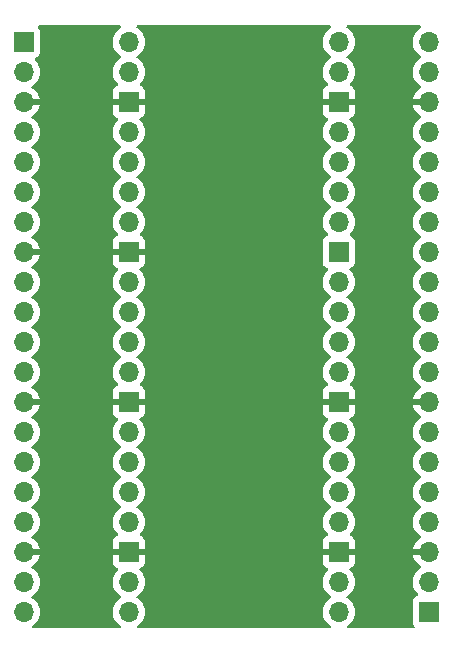
<source format=gbr>
%TF.GenerationSoftware,KiCad,Pcbnew,(6.0.11-0)*%
%TF.CreationDate,2023-01-30T18:50:33-05:00*%
%TF.ProjectId,Pico-Breakout,5069636f-2d42-4726-9561-6b6f75742e6b,1.0.0*%
%TF.SameCoordinates,Original*%
%TF.FileFunction,Copper,L2,Bot*%
%TF.FilePolarity,Positive*%
%FSLAX46Y46*%
G04 Gerber Fmt 4.6, Leading zero omitted, Abs format (unit mm)*
G04 Created by KiCad (PCBNEW (6.0.11-0)) date 2023-01-30 18:50:33*
%MOMM*%
%LPD*%
G01*
G04 APERTURE LIST*
%TA.AperFunction,ComponentPad*%
%ADD10O,1.700000X1.700000*%
%TD*%
%TA.AperFunction,ComponentPad*%
%ADD11R,1.700000X1.700000*%
%TD*%
G04 APERTURE END LIST*
D10*
%TO.P,U101,1,GPIO0*%
%TO.N,Net-(J101-Pad1)*%
X148590000Y-71120000D03*
%TO.P,U101,2,GPIO1*%
%TO.N,Net-(J101-Pad2)*%
X148590000Y-73660000D03*
D11*
%TO.P,U101,3,GND*%
%TO.N,GND*%
X148590000Y-76200000D03*
D10*
%TO.P,U101,4,GPIO2*%
%TO.N,Net-(J101-Pad4)*%
X148590000Y-78740000D03*
%TO.P,U101,5,GPIO3*%
%TO.N,Net-(J101-Pad5)*%
X148590000Y-81280000D03*
%TO.P,U101,6,GPIO4*%
%TO.N,Net-(J101-Pad6)*%
X148590000Y-83820000D03*
%TO.P,U101,7,GPIO5*%
%TO.N,Net-(J101-Pad7)*%
X148590000Y-86360000D03*
D11*
%TO.P,U101,8,GND*%
%TO.N,GND*%
X148590000Y-88900000D03*
D10*
%TO.P,U101,9,GPIO6*%
%TO.N,Net-(J101-Pad9)*%
X148590000Y-91440000D03*
%TO.P,U101,10,GPIO7*%
%TO.N,Net-(J101-Pad10)*%
X148590000Y-93980000D03*
%TO.P,U101,11,GPIO8*%
%TO.N,Net-(J101-Pad11)*%
X148590000Y-96520000D03*
%TO.P,U101,12,GPIO9*%
%TO.N,Net-(J101-Pad12)*%
X148590000Y-99060000D03*
D11*
%TO.P,U101,13,GND*%
%TO.N,GND*%
X148590000Y-101600000D03*
D10*
%TO.P,U101,14,GPIO10*%
%TO.N,Net-(J101-Pad14)*%
X148590000Y-104140000D03*
%TO.P,U101,15,GPIO11*%
%TO.N,Net-(J101-Pad15)*%
X148590000Y-106680000D03*
%TO.P,U101,16,GPIO12*%
%TO.N,Net-(J101-Pad16)*%
X148590000Y-109220000D03*
%TO.P,U101,17,GPIO13*%
%TO.N,Net-(J101-Pad17)*%
X148590000Y-111760000D03*
D11*
%TO.P,U101,18,GND*%
%TO.N,GND*%
X148590000Y-114300000D03*
D10*
%TO.P,U101,19,GPIO14*%
%TO.N,Net-(J101-Pad19)*%
X148590000Y-116840000D03*
%TO.P,U101,20,GPIO15*%
%TO.N,Net-(J101-Pad20)*%
X148590000Y-119380000D03*
%TO.P,U101,21,GPIO16*%
%TO.N,Net-(J102-Pad1)*%
X166370000Y-119380000D03*
%TO.P,U101,22,GPIO17*%
%TO.N,Net-(J102-Pad2)*%
X166370000Y-116840000D03*
D11*
%TO.P,U101,23,GND*%
%TO.N,GND*%
X166370000Y-114300000D03*
D10*
%TO.P,U101,24,GPIO18*%
%TO.N,Net-(J102-Pad4)*%
X166370000Y-111760000D03*
%TO.P,U101,25,GPIO19*%
%TO.N,Net-(J102-Pad5)*%
X166370000Y-109220000D03*
%TO.P,U101,26,GPIO20*%
%TO.N,Net-(J102-Pad6)*%
X166370000Y-106680000D03*
%TO.P,U101,27,GPIO21*%
%TO.N,Net-(J102-Pad7)*%
X166370000Y-104140000D03*
D11*
%TO.P,U101,28,GND*%
%TO.N,GND*%
X166370000Y-101600000D03*
D10*
%TO.P,U101,29,GPIO22*%
%TO.N,Net-(J102-Pad9)*%
X166370000Y-99060000D03*
%TO.P,U101,30,RUN*%
%TO.N,Net-(J102-Pad10)*%
X166370000Y-96520000D03*
%TO.P,U101,31,GPIO26_ADC0*%
%TO.N,Net-(J102-Pad11)*%
X166370000Y-93980000D03*
%TO.P,U101,32,GPIO27_ADC1*%
%TO.N,Net-(J102-Pad12)*%
X166370000Y-91440000D03*
D11*
%TO.P,U101,33,AGND*%
%TO.N,Net-(J102-Pad13)*%
X166370000Y-88900000D03*
D10*
%TO.P,U101,34,GPIO28_ADC2*%
%TO.N,Net-(J102-Pad14)*%
X166370000Y-86360000D03*
%TO.P,U101,35,ADC_VREF*%
%TO.N,Net-(J102-Pad15)*%
X166370000Y-83820000D03*
%TO.P,U101,36,3V3*%
%TO.N,+3V3*%
X166370000Y-81280000D03*
%TO.P,U101,37,3V3_EN*%
%TO.N,Net-(J102-Pad17)*%
X166370000Y-78740000D03*
D11*
%TO.P,U101,38,GND*%
%TO.N,GND*%
X166370000Y-76200000D03*
D10*
%TO.P,U101,39,VSYS*%
%TO.N,Net-(J102-Pad19)*%
X166370000Y-73660000D03*
%TO.P,U101,40,VBUS*%
%TO.N,Net-(J102-Pad20)*%
X166370000Y-71120000D03*
%TD*%
D11*
%TO.P,J102,1,Pin_1*%
%TO.N,Net-(J102-Pad1)*%
X173990000Y-119380000D03*
D10*
%TO.P,J102,2,Pin_2*%
%TO.N,Net-(J102-Pad2)*%
X173990000Y-116840000D03*
%TO.P,J102,3,Pin_3*%
%TO.N,GND*%
X173990000Y-114300000D03*
%TO.P,J102,4,Pin_4*%
%TO.N,Net-(J102-Pad4)*%
X173990000Y-111760000D03*
%TO.P,J102,5,Pin_5*%
%TO.N,Net-(J102-Pad5)*%
X173990000Y-109220000D03*
%TO.P,J102,6,Pin_6*%
%TO.N,Net-(J102-Pad6)*%
X173990000Y-106680000D03*
%TO.P,J102,7,Pin_7*%
%TO.N,Net-(J102-Pad7)*%
X173990000Y-104140000D03*
%TO.P,J102,8,Pin_8*%
%TO.N,GND*%
X173990000Y-101600000D03*
%TO.P,J102,9,Pin_9*%
%TO.N,Net-(J102-Pad9)*%
X173990000Y-99060000D03*
%TO.P,J102,10,Pin_10*%
%TO.N,Net-(J102-Pad10)*%
X173990000Y-96520000D03*
%TO.P,J102,11,Pin_11*%
%TO.N,Net-(J102-Pad11)*%
X173990000Y-93980000D03*
%TO.P,J102,12,Pin_12*%
%TO.N,Net-(J102-Pad12)*%
X173990000Y-91440000D03*
%TO.P,J102,13,Pin_13*%
%TO.N,Net-(J102-Pad13)*%
X173990000Y-88900000D03*
%TO.P,J102,14,Pin_14*%
%TO.N,Net-(J102-Pad14)*%
X173990000Y-86360000D03*
%TO.P,J102,15,Pin_15*%
%TO.N,Net-(J102-Pad15)*%
X173990000Y-83820000D03*
%TO.P,J102,16,Pin_16*%
%TO.N,+3V3*%
X173990000Y-81280000D03*
%TO.P,J102,17,Pin_17*%
%TO.N,Net-(J102-Pad17)*%
X173990000Y-78740000D03*
%TO.P,J102,18,Pin_18*%
%TO.N,GND*%
X173990000Y-76200000D03*
%TO.P,J102,19,Pin_19*%
%TO.N,Net-(J102-Pad19)*%
X173990000Y-73660000D03*
%TO.P,J102,20,Pin_20*%
%TO.N,Net-(J102-Pad20)*%
X173990000Y-71120000D03*
%TD*%
D11*
%TO.P,J101,1,Pin_1*%
%TO.N,Net-(J101-Pad1)*%
X139700000Y-71130000D03*
D10*
%TO.P,J101,2,Pin_2*%
%TO.N,Net-(J101-Pad2)*%
X139700000Y-73670000D03*
%TO.P,J101,3,Pin_3*%
%TO.N,GND*%
X139700000Y-76210000D03*
%TO.P,J101,4,Pin_4*%
%TO.N,Net-(J101-Pad4)*%
X139700000Y-78750000D03*
%TO.P,J101,5,Pin_5*%
%TO.N,Net-(J101-Pad5)*%
X139700000Y-81290000D03*
%TO.P,J101,6,Pin_6*%
%TO.N,Net-(J101-Pad6)*%
X139700000Y-83830000D03*
%TO.P,J101,7,Pin_7*%
%TO.N,Net-(J101-Pad7)*%
X139700000Y-86370000D03*
%TO.P,J101,8,Pin_8*%
%TO.N,GND*%
X139700000Y-88910000D03*
%TO.P,J101,9,Pin_9*%
%TO.N,Net-(J101-Pad9)*%
X139700000Y-91450000D03*
%TO.P,J101,10,Pin_10*%
%TO.N,Net-(J101-Pad10)*%
X139700000Y-93990000D03*
%TO.P,J101,11,Pin_11*%
%TO.N,Net-(J101-Pad11)*%
X139700000Y-96530000D03*
%TO.P,J101,12,Pin_12*%
%TO.N,Net-(J101-Pad12)*%
X139700000Y-99070000D03*
%TO.P,J101,13,Pin_13*%
%TO.N,GND*%
X139700000Y-101610000D03*
%TO.P,J101,14,Pin_14*%
%TO.N,Net-(J101-Pad14)*%
X139700000Y-104150000D03*
%TO.P,J101,15,Pin_15*%
%TO.N,Net-(J101-Pad15)*%
X139700000Y-106690000D03*
%TO.P,J101,16,Pin_16*%
%TO.N,Net-(J101-Pad16)*%
X139700000Y-109230000D03*
%TO.P,J101,17,Pin_17*%
%TO.N,Net-(J101-Pad17)*%
X139700000Y-111770000D03*
%TO.P,J101,18,Pin_18*%
%TO.N,GND*%
X139700000Y-114310000D03*
%TO.P,J101,19,Pin_19*%
%TO.N,Net-(J101-Pad19)*%
X139700000Y-116850000D03*
%TO.P,J101,20,Pin_20*%
%TO.N,Net-(J101-Pad20)*%
X139700000Y-119390000D03*
%TD*%
%TA.AperFunction,Conductor*%
%TO.N,GND*%
G36*
X147883622Y-69743502D02*
G01*
X147930115Y-69797158D01*
X147940219Y-69867432D01*
X147910725Y-69932012D01*
X147873683Y-69961262D01*
X147863607Y-69966507D01*
X147859474Y-69969610D01*
X147859471Y-69969612D01*
X147763455Y-70041703D01*
X147684965Y-70100635D01*
X147530629Y-70262138D01*
X147404743Y-70446680D01*
X147310688Y-70649305D01*
X147250989Y-70864570D01*
X147227251Y-71086695D01*
X147227548Y-71091848D01*
X147227548Y-71091851D01*
X147233011Y-71186590D01*
X147240110Y-71309715D01*
X147241247Y-71314761D01*
X147241248Y-71314767D01*
X147261119Y-71402939D01*
X147289222Y-71527639D01*
X147373266Y-71734616D01*
X147489987Y-71925088D01*
X147636250Y-72093938D01*
X147808126Y-72236632D01*
X147878595Y-72277811D01*
X147881445Y-72279476D01*
X147930169Y-72331114D01*
X147943240Y-72400897D01*
X147916509Y-72466669D01*
X147876055Y-72500027D01*
X147863607Y-72506507D01*
X147859474Y-72509610D01*
X147859471Y-72509612D01*
X147722248Y-72612642D01*
X147684965Y-72640635D01*
X147530629Y-72802138D01*
X147527715Y-72806410D01*
X147527714Y-72806411D01*
X147515404Y-72824457D01*
X147404743Y-72986680D01*
X147310688Y-73189305D01*
X147250989Y-73404570D01*
X147227251Y-73626695D01*
X147227548Y-73631848D01*
X147227548Y-73631851D01*
X147233011Y-73726590D01*
X147240110Y-73849715D01*
X147241247Y-73854761D01*
X147241248Y-73854767D01*
X147261119Y-73942939D01*
X147289222Y-74067639D01*
X147373266Y-74274616D01*
X147375965Y-74279020D01*
X147473405Y-74438028D01*
X147489987Y-74465088D01*
X147636250Y-74633938D01*
X147640225Y-74637238D01*
X147640231Y-74637244D01*
X147645425Y-74641556D01*
X147685059Y-74700460D01*
X147686555Y-74771441D01*
X147649439Y-74831962D01*
X147609168Y-74856480D01*
X147501946Y-74896676D01*
X147486351Y-74905214D01*
X147384276Y-74981715D01*
X147371715Y-74994276D01*
X147295214Y-75096351D01*
X147286676Y-75111946D01*
X147241522Y-75232394D01*
X147237895Y-75247649D01*
X147232369Y-75298514D01*
X147232000Y-75305328D01*
X147232000Y-75927885D01*
X147236475Y-75943124D01*
X147237865Y-75944329D01*
X147245548Y-75946000D01*
X149929884Y-75946000D01*
X149945123Y-75941525D01*
X149946328Y-75940135D01*
X149947999Y-75932452D01*
X149947999Y-75305331D01*
X149947629Y-75298510D01*
X149942105Y-75247648D01*
X149938479Y-75232396D01*
X149893324Y-75111946D01*
X149884786Y-75096351D01*
X149808285Y-74994276D01*
X149795724Y-74981715D01*
X149693649Y-74905214D01*
X149678054Y-74896676D01*
X149567813Y-74855348D01*
X149511049Y-74812706D01*
X149486349Y-74746145D01*
X149501557Y-74676796D01*
X149523104Y-74648115D01*
X149624430Y-74547144D01*
X149624440Y-74547132D01*
X149628096Y-74543489D01*
X149687594Y-74460689D01*
X149755435Y-74366277D01*
X149758453Y-74362077D01*
X149767979Y-74342804D01*
X149855136Y-74166453D01*
X149855137Y-74166451D01*
X149857430Y-74161811D01*
X149922370Y-73948069D01*
X149951529Y-73726590D01*
X149951611Y-73723240D01*
X149953074Y-73663365D01*
X149953074Y-73663361D01*
X149953156Y-73660000D01*
X149934852Y-73437361D01*
X149880431Y-73220702D01*
X149791354Y-73015840D01*
X149679291Y-72842617D01*
X149672822Y-72832617D01*
X149672820Y-72832614D01*
X149670014Y-72828277D01*
X149519670Y-72663051D01*
X149515619Y-72659852D01*
X149515615Y-72659848D01*
X149348414Y-72527800D01*
X149348410Y-72527798D01*
X149344359Y-72524598D01*
X149303053Y-72501796D01*
X149253084Y-72451364D01*
X149238312Y-72381921D01*
X149263428Y-72315516D01*
X149290780Y-72288909D01*
X149334603Y-72257650D01*
X149469860Y-72161173D01*
X149628096Y-72003489D01*
X149687594Y-71920689D01*
X149755435Y-71826277D01*
X149758453Y-71822077D01*
X149779836Y-71778813D01*
X149855136Y-71626453D01*
X149855137Y-71626451D01*
X149857430Y-71621811D01*
X149922370Y-71408069D01*
X149951529Y-71186590D01*
X149953156Y-71120000D01*
X149934852Y-70897361D01*
X149880431Y-70680702D01*
X149791354Y-70475840D01*
X149670014Y-70288277D01*
X149519670Y-70123051D01*
X149515619Y-70119852D01*
X149515615Y-70119848D01*
X149348414Y-69987800D01*
X149348410Y-69987798D01*
X149344359Y-69984598D01*
X149339835Y-69982100D01*
X149339831Y-69982098D01*
X149299453Y-69959808D01*
X149249483Y-69909376D01*
X149234711Y-69839933D01*
X149259827Y-69773528D01*
X149316858Y-69731243D01*
X149360347Y-69723500D01*
X165595501Y-69723500D01*
X165663622Y-69743502D01*
X165710115Y-69797158D01*
X165720219Y-69867432D01*
X165690725Y-69932012D01*
X165653683Y-69961262D01*
X165643607Y-69966507D01*
X165639474Y-69969610D01*
X165639471Y-69969612D01*
X165543455Y-70041703D01*
X165464965Y-70100635D01*
X165310629Y-70262138D01*
X165184743Y-70446680D01*
X165090688Y-70649305D01*
X165030989Y-70864570D01*
X165007251Y-71086695D01*
X165007548Y-71091848D01*
X165007548Y-71091851D01*
X165013011Y-71186590D01*
X165020110Y-71309715D01*
X165021247Y-71314761D01*
X165021248Y-71314767D01*
X165041119Y-71402939D01*
X165069222Y-71527639D01*
X165153266Y-71734616D01*
X165269987Y-71925088D01*
X165416250Y-72093938D01*
X165588126Y-72236632D01*
X165658595Y-72277811D01*
X165661445Y-72279476D01*
X165710169Y-72331114D01*
X165723240Y-72400897D01*
X165696509Y-72466669D01*
X165656055Y-72500027D01*
X165643607Y-72506507D01*
X165639474Y-72509610D01*
X165639471Y-72509612D01*
X165502248Y-72612642D01*
X165464965Y-72640635D01*
X165310629Y-72802138D01*
X165307715Y-72806410D01*
X165307714Y-72806411D01*
X165295404Y-72824457D01*
X165184743Y-72986680D01*
X165090688Y-73189305D01*
X165030989Y-73404570D01*
X165007251Y-73626695D01*
X165007548Y-73631848D01*
X165007548Y-73631851D01*
X165013011Y-73726590D01*
X165020110Y-73849715D01*
X165021247Y-73854761D01*
X165021248Y-73854767D01*
X165041119Y-73942939D01*
X165069222Y-74067639D01*
X165153266Y-74274616D01*
X165155965Y-74279020D01*
X165253405Y-74438028D01*
X165269987Y-74465088D01*
X165416250Y-74633938D01*
X165420225Y-74637238D01*
X165420231Y-74637244D01*
X165425425Y-74641556D01*
X165465059Y-74700460D01*
X165466555Y-74771441D01*
X165429439Y-74831962D01*
X165389168Y-74856480D01*
X165281946Y-74896676D01*
X165266351Y-74905214D01*
X165164276Y-74981715D01*
X165151715Y-74994276D01*
X165075214Y-75096351D01*
X165066676Y-75111946D01*
X165021522Y-75232394D01*
X165017895Y-75247649D01*
X165012369Y-75298514D01*
X165012000Y-75305328D01*
X165012000Y-75927885D01*
X165016475Y-75943124D01*
X165017865Y-75944329D01*
X165025548Y-75946000D01*
X167709884Y-75946000D01*
X167725123Y-75941525D01*
X167726328Y-75940135D01*
X167727999Y-75932452D01*
X167727999Y-75305331D01*
X167727629Y-75298510D01*
X167722105Y-75247648D01*
X167718479Y-75232396D01*
X167673324Y-75111946D01*
X167664786Y-75096351D01*
X167588285Y-74994276D01*
X167575724Y-74981715D01*
X167473649Y-74905214D01*
X167458054Y-74896676D01*
X167347813Y-74855348D01*
X167291049Y-74812706D01*
X167266349Y-74746145D01*
X167281557Y-74676796D01*
X167303104Y-74648115D01*
X167404430Y-74547144D01*
X167404440Y-74547132D01*
X167408096Y-74543489D01*
X167467594Y-74460689D01*
X167535435Y-74366277D01*
X167538453Y-74362077D01*
X167547979Y-74342804D01*
X167635136Y-74166453D01*
X167635137Y-74166451D01*
X167637430Y-74161811D01*
X167702370Y-73948069D01*
X167731529Y-73726590D01*
X167731611Y-73723240D01*
X167733074Y-73663365D01*
X167733074Y-73663361D01*
X167733156Y-73660000D01*
X167714852Y-73437361D01*
X167660431Y-73220702D01*
X167571354Y-73015840D01*
X167459291Y-72842617D01*
X167452822Y-72832617D01*
X167452820Y-72832614D01*
X167450014Y-72828277D01*
X167299670Y-72663051D01*
X167295619Y-72659852D01*
X167295615Y-72659848D01*
X167128414Y-72527800D01*
X167128410Y-72527798D01*
X167124359Y-72524598D01*
X167083053Y-72501796D01*
X167033084Y-72451364D01*
X167018312Y-72381921D01*
X167043428Y-72315516D01*
X167070780Y-72288909D01*
X167114603Y-72257650D01*
X167249860Y-72161173D01*
X167408096Y-72003489D01*
X167467594Y-71920689D01*
X167535435Y-71826277D01*
X167538453Y-71822077D01*
X167559836Y-71778813D01*
X167635136Y-71626453D01*
X167635137Y-71626451D01*
X167637430Y-71621811D01*
X167702370Y-71408069D01*
X167731529Y-71186590D01*
X167733156Y-71120000D01*
X167714852Y-70897361D01*
X167660431Y-70680702D01*
X167571354Y-70475840D01*
X167450014Y-70288277D01*
X167299670Y-70123051D01*
X167295619Y-70119852D01*
X167295615Y-70119848D01*
X167128414Y-69987800D01*
X167128410Y-69987798D01*
X167124359Y-69984598D01*
X167119835Y-69982100D01*
X167119831Y-69982098D01*
X167079453Y-69959808D01*
X167029483Y-69909376D01*
X167014711Y-69839933D01*
X167039827Y-69773528D01*
X167096858Y-69731243D01*
X167140347Y-69723500D01*
X173215501Y-69723500D01*
X173283622Y-69743502D01*
X173330115Y-69797158D01*
X173340219Y-69867432D01*
X173310725Y-69932012D01*
X173273683Y-69961262D01*
X173263607Y-69966507D01*
X173259474Y-69969610D01*
X173259471Y-69969612D01*
X173163455Y-70041703D01*
X173084965Y-70100635D01*
X172930629Y-70262138D01*
X172804743Y-70446680D01*
X172710688Y-70649305D01*
X172650989Y-70864570D01*
X172627251Y-71086695D01*
X172627548Y-71091848D01*
X172627548Y-71091851D01*
X172633011Y-71186590D01*
X172640110Y-71309715D01*
X172641247Y-71314761D01*
X172641248Y-71314767D01*
X172661119Y-71402939D01*
X172689222Y-71527639D01*
X172773266Y-71734616D01*
X172889987Y-71925088D01*
X173036250Y-72093938D01*
X173208126Y-72236632D01*
X173278595Y-72277811D01*
X173281445Y-72279476D01*
X173330169Y-72331114D01*
X173343240Y-72400897D01*
X173316509Y-72466669D01*
X173276055Y-72500027D01*
X173263607Y-72506507D01*
X173259474Y-72509610D01*
X173259471Y-72509612D01*
X173122248Y-72612642D01*
X173084965Y-72640635D01*
X172930629Y-72802138D01*
X172927715Y-72806410D01*
X172927714Y-72806411D01*
X172915404Y-72824457D01*
X172804743Y-72986680D01*
X172710688Y-73189305D01*
X172650989Y-73404570D01*
X172627251Y-73626695D01*
X172627548Y-73631848D01*
X172627548Y-73631851D01*
X172633011Y-73726590D01*
X172640110Y-73849715D01*
X172641247Y-73854761D01*
X172641248Y-73854767D01*
X172661119Y-73942939D01*
X172689222Y-74067639D01*
X172773266Y-74274616D01*
X172775965Y-74279020D01*
X172873405Y-74438028D01*
X172889987Y-74465088D01*
X173036250Y-74633938D01*
X173208126Y-74776632D01*
X173225239Y-74786632D01*
X173281955Y-74819774D01*
X173330679Y-74871412D01*
X173343750Y-74941195D01*
X173317019Y-75006967D01*
X173276562Y-75040327D01*
X173268457Y-75044546D01*
X173259738Y-75050036D01*
X173089433Y-75177905D01*
X173081726Y-75184748D01*
X172934590Y-75338717D01*
X172928104Y-75346727D01*
X172808098Y-75522649D01*
X172803000Y-75531623D01*
X172713338Y-75724783D01*
X172709775Y-75734470D01*
X172654389Y-75934183D01*
X172655912Y-75942607D01*
X172668292Y-75946000D01*
X174118000Y-75946000D01*
X174186121Y-75966002D01*
X174232614Y-76019658D01*
X174244000Y-76072000D01*
X174244000Y-76328000D01*
X174223998Y-76396121D01*
X174170342Y-76442614D01*
X174118000Y-76454000D01*
X172673225Y-76454000D01*
X172659694Y-76457973D01*
X172658257Y-76467966D01*
X172688565Y-76602446D01*
X172691645Y-76612275D01*
X172771770Y-76809603D01*
X172776413Y-76818794D01*
X172887694Y-77000388D01*
X172893777Y-77008699D01*
X173033213Y-77169667D01*
X173040580Y-77176883D01*
X173204434Y-77312916D01*
X173212881Y-77318831D01*
X173281969Y-77359203D01*
X173330693Y-77410842D01*
X173343764Y-77480625D01*
X173317033Y-77546396D01*
X173276584Y-77579752D01*
X173263607Y-77586507D01*
X173259474Y-77589610D01*
X173259471Y-77589612D01*
X173089100Y-77717530D01*
X173084965Y-77720635D01*
X172930629Y-77882138D01*
X172927715Y-77886410D01*
X172927714Y-77886411D01*
X172915409Y-77904450D01*
X172804743Y-78066680D01*
X172710688Y-78269305D01*
X172650989Y-78484570D01*
X172627251Y-78706695D01*
X172627548Y-78711848D01*
X172627548Y-78711851D01*
X172633011Y-78806590D01*
X172640110Y-78929715D01*
X172641247Y-78934761D01*
X172641248Y-78934767D01*
X172661119Y-79022939D01*
X172689222Y-79147639D01*
X172773266Y-79354616D01*
X172775965Y-79359020D01*
X172873405Y-79518028D01*
X172889987Y-79545088D01*
X173036250Y-79713938D01*
X173208126Y-79856632D01*
X173225239Y-79866632D01*
X173281445Y-79899476D01*
X173330169Y-79951114D01*
X173343240Y-80020897D01*
X173316509Y-80086669D01*
X173276055Y-80120027D01*
X173263607Y-80126507D01*
X173259474Y-80129610D01*
X173259471Y-80129612D01*
X173089100Y-80257530D01*
X173084965Y-80260635D01*
X172930629Y-80422138D01*
X172927715Y-80426410D01*
X172927714Y-80426411D01*
X172915404Y-80444457D01*
X172804743Y-80606680D01*
X172710688Y-80809305D01*
X172650989Y-81024570D01*
X172627251Y-81246695D01*
X172627548Y-81251848D01*
X172627548Y-81251851D01*
X172633011Y-81346590D01*
X172640110Y-81469715D01*
X172641247Y-81474761D01*
X172641248Y-81474767D01*
X172661119Y-81562939D01*
X172689222Y-81687639D01*
X172773266Y-81894616D01*
X172775965Y-81899020D01*
X172873405Y-82058028D01*
X172889987Y-82085088D01*
X173036250Y-82253938D01*
X173208126Y-82396632D01*
X173225239Y-82406632D01*
X173281445Y-82439476D01*
X173330169Y-82491114D01*
X173343240Y-82560897D01*
X173316509Y-82626669D01*
X173276055Y-82660027D01*
X173263607Y-82666507D01*
X173259474Y-82669610D01*
X173259471Y-82669612D01*
X173089100Y-82797530D01*
X173084965Y-82800635D01*
X172930629Y-82962138D01*
X172927715Y-82966410D01*
X172927714Y-82966411D01*
X172915404Y-82984457D01*
X172804743Y-83146680D01*
X172710688Y-83349305D01*
X172650989Y-83564570D01*
X172627251Y-83786695D01*
X172627548Y-83791848D01*
X172627548Y-83791851D01*
X172633011Y-83886590D01*
X172640110Y-84009715D01*
X172641247Y-84014761D01*
X172641248Y-84014767D01*
X172661119Y-84102939D01*
X172689222Y-84227639D01*
X172773266Y-84434616D01*
X172775965Y-84439020D01*
X172873405Y-84598028D01*
X172889987Y-84625088D01*
X173036250Y-84793938D01*
X173208126Y-84936632D01*
X173225239Y-84946632D01*
X173281445Y-84979476D01*
X173330169Y-85031114D01*
X173343240Y-85100897D01*
X173316509Y-85166669D01*
X173276055Y-85200027D01*
X173263607Y-85206507D01*
X173259474Y-85209610D01*
X173259471Y-85209612D01*
X173089100Y-85337530D01*
X173084965Y-85340635D01*
X172930629Y-85502138D01*
X172927715Y-85506410D01*
X172927714Y-85506411D01*
X172915404Y-85524457D01*
X172804743Y-85686680D01*
X172710688Y-85889305D01*
X172650989Y-86104570D01*
X172627251Y-86326695D01*
X172627548Y-86331848D01*
X172627548Y-86331851D01*
X172633011Y-86426590D01*
X172640110Y-86549715D01*
X172641247Y-86554761D01*
X172641248Y-86554767D01*
X172661119Y-86642939D01*
X172689222Y-86767639D01*
X172773266Y-86974616D01*
X172775965Y-86979020D01*
X172873405Y-87138028D01*
X172889987Y-87165088D01*
X173036250Y-87333938D01*
X173208126Y-87476632D01*
X173225239Y-87486632D01*
X173281445Y-87519476D01*
X173330169Y-87571114D01*
X173343240Y-87640897D01*
X173316509Y-87706669D01*
X173276055Y-87740027D01*
X173263607Y-87746507D01*
X173259474Y-87749610D01*
X173259471Y-87749612D01*
X173176450Y-87811946D01*
X173084965Y-87880635D01*
X172930629Y-88042138D01*
X172804743Y-88226680D01*
X172710688Y-88429305D01*
X172650989Y-88644570D01*
X172650440Y-88649707D01*
X172649456Y-88658913D01*
X172627251Y-88866695D01*
X172640110Y-89089715D01*
X172641247Y-89094761D01*
X172641248Y-89094767D01*
X172658680Y-89172115D01*
X172689222Y-89307639D01*
X172773266Y-89514616D01*
X172816501Y-89585170D01*
X172872818Y-89677070D01*
X172889987Y-89705088D01*
X173036250Y-89873938D01*
X173208126Y-90016632D01*
X173278595Y-90057811D01*
X173281445Y-90059476D01*
X173330169Y-90111114D01*
X173343240Y-90180897D01*
X173316509Y-90246669D01*
X173276055Y-90280027D01*
X173263607Y-90286507D01*
X173259474Y-90289610D01*
X173259471Y-90289612D01*
X173135567Y-90382642D01*
X173084965Y-90420635D01*
X172930629Y-90582138D01*
X172927715Y-90586410D01*
X172927714Y-90586411D01*
X172915409Y-90604450D01*
X172804743Y-90766680D01*
X172710688Y-90969305D01*
X172650989Y-91184570D01*
X172627251Y-91406695D01*
X172627548Y-91411848D01*
X172627548Y-91411851D01*
X172633011Y-91506590D01*
X172640110Y-91629715D01*
X172641247Y-91634761D01*
X172641248Y-91634767D01*
X172661119Y-91722939D01*
X172689222Y-91847639D01*
X172773266Y-92054616D01*
X172775965Y-92059020D01*
X172873405Y-92218028D01*
X172889987Y-92245088D01*
X173036250Y-92413938D01*
X173208126Y-92556632D01*
X173225239Y-92566632D01*
X173281445Y-92599476D01*
X173330169Y-92651114D01*
X173343240Y-92720897D01*
X173316509Y-92786669D01*
X173276055Y-92820027D01*
X173263607Y-92826507D01*
X173259474Y-92829610D01*
X173259471Y-92829612D01*
X173089100Y-92957530D01*
X173084965Y-92960635D01*
X172930629Y-93122138D01*
X172927715Y-93126410D01*
X172927714Y-93126411D01*
X172915404Y-93144457D01*
X172804743Y-93306680D01*
X172710688Y-93509305D01*
X172650989Y-93724570D01*
X172627251Y-93946695D01*
X172627548Y-93951848D01*
X172627548Y-93951851D01*
X172633011Y-94046590D01*
X172640110Y-94169715D01*
X172641247Y-94174761D01*
X172641248Y-94174767D01*
X172661119Y-94262939D01*
X172689222Y-94387639D01*
X172773266Y-94594616D01*
X172775965Y-94599020D01*
X172873405Y-94758028D01*
X172889987Y-94785088D01*
X173036250Y-94953938D01*
X173208126Y-95096632D01*
X173225239Y-95106632D01*
X173281445Y-95139476D01*
X173330169Y-95191114D01*
X173343240Y-95260897D01*
X173316509Y-95326669D01*
X173276055Y-95360027D01*
X173263607Y-95366507D01*
X173259474Y-95369610D01*
X173259471Y-95369612D01*
X173089100Y-95497530D01*
X173084965Y-95500635D01*
X172930629Y-95662138D01*
X172927715Y-95666410D01*
X172927714Y-95666411D01*
X172915404Y-95684457D01*
X172804743Y-95846680D01*
X172710688Y-96049305D01*
X172650989Y-96264570D01*
X172627251Y-96486695D01*
X172627548Y-96491848D01*
X172627548Y-96491851D01*
X172633011Y-96586590D01*
X172640110Y-96709715D01*
X172641247Y-96714761D01*
X172641248Y-96714767D01*
X172661119Y-96802939D01*
X172689222Y-96927639D01*
X172773266Y-97134616D01*
X172775965Y-97139020D01*
X172873405Y-97298028D01*
X172889987Y-97325088D01*
X173036250Y-97493938D01*
X173208126Y-97636632D01*
X173225239Y-97646632D01*
X173281445Y-97679476D01*
X173330169Y-97731114D01*
X173343240Y-97800897D01*
X173316509Y-97866669D01*
X173276055Y-97900027D01*
X173263607Y-97906507D01*
X173259474Y-97909610D01*
X173259471Y-97909612D01*
X173089100Y-98037530D01*
X173084965Y-98040635D01*
X172930629Y-98202138D01*
X172927715Y-98206410D01*
X172927714Y-98206411D01*
X172915404Y-98224457D01*
X172804743Y-98386680D01*
X172710688Y-98589305D01*
X172650989Y-98804570D01*
X172627251Y-99026695D01*
X172627548Y-99031848D01*
X172627548Y-99031851D01*
X172633011Y-99126590D01*
X172640110Y-99249715D01*
X172641247Y-99254761D01*
X172641248Y-99254767D01*
X172661119Y-99342939D01*
X172689222Y-99467639D01*
X172773266Y-99674616D01*
X172775965Y-99679020D01*
X172873405Y-99838028D01*
X172889987Y-99865088D01*
X173036250Y-100033938D01*
X173208126Y-100176632D01*
X173225239Y-100186632D01*
X173281955Y-100219774D01*
X173330679Y-100271412D01*
X173343750Y-100341195D01*
X173317019Y-100406967D01*
X173276562Y-100440327D01*
X173268457Y-100444546D01*
X173259738Y-100450036D01*
X173089433Y-100577905D01*
X173081726Y-100584748D01*
X172934590Y-100738717D01*
X172928104Y-100746727D01*
X172808098Y-100922649D01*
X172803000Y-100931623D01*
X172713338Y-101124783D01*
X172709775Y-101134470D01*
X172654389Y-101334183D01*
X172655912Y-101342607D01*
X172668292Y-101346000D01*
X174118000Y-101346000D01*
X174186121Y-101366002D01*
X174232614Y-101419658D01*
X174244000Y-101472000D01*
X174244000Y-101728000D01*
X174223998Y-101796121D01*
X174170342Y-101842614D01*
X174118000Y-101854000D01*
X172673225Y-101854000D01*
X172659694Y-101857973D01*
X172658257Y-101867966D01*
X172688565Y-102002446D01*
X172691645Y-102012275D01*
X172771770Y-102209603D01*
X172776413Y-102218794D01*
X172887694Y-102400388D01*
X172893777Y-102408699D01*
X173033213Y-102569667D01*
X173040580Y-102576883D01*
X173204434Y-102712916D01*
X173212881Y-102718831D01*
X173281969Y-102759203D01*
X173330693Y-102810842D01*
X173343764Y-102880625D01*
X173317033Y-102946396D01*
X173276584Y-102979752D01*
X173263607Y-102986507D01*
X173259474Y-102989610D01*
X173259471Y-102989612D01*
X173089100Y-103117530D01*
X173084965Y-103120635D01*
X172930629Y-103282138D01*
X172927715Y-103286410D01*
X172927714Y-103286411D01*
X172915409Y-103304450D01*
X172804743Y-103466680D01*
X172710688Y-103669305D01*
X172650989Y-103884570D01*
X172627251Y-104106695D01*
X172627548Y-104111848D01*
X172627548Y-104111851D01*
X172633011Y-104206590D01*
X172640110Y-104329715D01*
X172641247Y-104334761D01*
X172641248Y-104334767D01*
X172661119Y-104422939D01*
X172689222Y-104547639D01*
X172773266Y-104754616D01*
X172775965Y-104759020D01*
X172873405Y-104918028D01*
X172889987Y-104945088D01*
X173036250Y-105113938D01*
X173208126Y-105256632D01*
X173225239Y-105266632D01*
X173281445Y-105299476D01*
X173330169Y-105351114D01*
X173343240Y-105420897D01*
X173316509Y-105486669D01*
X173276055Y-105520027D01*
X173263607Y-105526507D01*
X173259474Y-105529610D01*
X173259471Y-105529612D01*
X173089100Y-105657530D01*
X173084965Y-105660635D01*
X172930629Y-105822138D01*
X172927715Y-105826410D01*
X172927714Y-105826411D01*
X172915404Y-105844457D01*
X172804743Y-106006680D01*
X172710688Y-106209305D01*
X172650989Y-106424570D01*
X172627251Y-106646695D01*
X172627548Y-106651848D01*
X172627548Y-106651851D01*
X172633011Y-106746590D01*
X172640110Y-106869715D01*
X172641247Y-106874761D01*
X172641248Y-106874767D01*
X172661119Y-106962939D01*
X172689222Y-107087639D01*
X172773266Y-107294616D01*
X172775965Y-107299020D01*
X172873405Y-107458028D01*
X172889987Y-107485088D01*
X173036250Y-107653938D01*
X173208126Y-107796632D01*
X173225239Y-107806632D01*
X173281445Y-107839476D01*
X173330169Y-107891114D01*
X173343240Y-107960897D01*
X173316509Y-108026669D01*
X173276055Y-108060027D01*
X173263607Y-108066507D01*
X173259474Y-108069610D01*
X173259471Y-108069612D01*
X173089100Y-108197530D01*
X173084965Y-108200635D01*
X172930629Y-108362138D01*
X172927715Y-108366410D01*
X172927714Y-108366411D01*
X172915404Y-108384457D01*
X172804743Y-108546680D01*
X172710688Y-108749305D01*
X172650989Y-108964570D01*
X172627251Y-109186695D01*
X172627548Y-109191848D01*
X172627548Y-109191851D01*
X172633011Y-109286590D01*
X172640110Y-109409715D01*
X172641247Y-109414761D01*
X172641248Y-109414767D01*
X172661119Y-109502939D01*
X172689222Y-109627639D01*
X172773266Y-109834616D01*
X172775965Y-109839020D01*
X172873405Y-109998028D01*
X172889987Y-110025088D01*
X173036250Y-110193938D01*
X173208126Y-110336632D01*
X173225239Y-110346632D01*
X173281445Y-110379476D01*
X173330169Y-110431114D01*
X173343240Y-110500897D01*
X173316509Y-110566669D01*
X173276055Y-110600027D01*
X173263607Y-110606507D01*
X173259474Y-110609610D01*
X173259471Y-110609612D01*
X173089100Y-110737530D01*
X173084965Y-110740635D01*
X172930629Y-110902138D01*
X172927715Y-110906410D01*
X172927714Y-110906411D01*
X172915404Y-110924457D01*
X172804743Y-111086680D01*
X172710688Y-111289305D01*
X172650989Y-111504570D01*
X172627251Y-111726695D01*
X172627548Y-111731848D01*
X172627548Y-111731851D01*
X172633011Y-111826590D01*
X172640110Y-111949715D01*
X172641247Y-111954761D01*
X172641248Y-111954767D01*
X172661119Y-112042939D01*
X172689222Y-112167639D01*
X172773266Y-112374616D01*
X172775965Y-112379020D01*
X172873405Y-112538028D01*
X172889987Y-112565088D01*
X173036250Y-112733938D01*
X173208126Y-112876632D01*
X173225239Y-112886632D01*
X173281955Y-112919774D01*
X173330679Y-112971412D01*
X173343750Y-113041195D01*
X173317019Y-113106967D01*
X173276562Y-113140327D01*
X173268457Y-113144546D01*
X173259738Y-113150036D01*
X173089433Y-113277905D01*
X173081726Y-113284748D01*
X172934590Y-113438717D01*
X172928104Y-113446727D01*
X172808098Y-113622649D01*
X172803000Y-113631623D01*
X172713338Y-113824783D01*
X172709775Y-113834470D01*
X172654389Y-114034183D01*
X172655912Y-114042607D01*
X172668292Y-114046000D01*
X174118000Y-114046000D01*
X174186121Y-114066002D01*
X174232614Y-114119658D01*
X174244000Y-114172000D01*
X174244000Y-114428000D01*
X174223998Y-114496121D01*
X174170342Y-114542614D01*
X174118000Y-114554000D01*
X172673225Y-114554000D01*
X172659694Y-114557973D01*
X172658257Y-114567966D01*
X172688565Y-114702446D01*
X172691645Y-114712275D01*
X172771770Y-114909603D01*
X172776413Y-114918794D01*
X172887694Y-115100388D01*
X172893777Y-115108699D01*
X173033213Y-115269667D01*
X173040580Y-115276883D01*
X173204434Y-115412916D01*
X173212881Y-115418831D01*
X173281969Y-115459203D01*
X173330693Y-115510842D01*
X173343764Y-115580625D01*
X173317033Y-115646396D01*
X173276584Y-115679752D01*
X173263607Y-115686507D01*
X173259474Y-115689610D01*
X173259471Y-115689612D01*
X173089100Y-115817530D01*
X173084965Y-115820635D01*
X172930629Y-115982138D01*
X172927715Y-115986410D01*
X172927714Y-115986411D01*
X172915409Y-116004450D01*
X172804743Y-116166680D01*
X172710688Y-116369305D01*
X172650989Y-116584570D01*
X172627251Y-116806695D01*
X172627548Y-116811848D01*
X172627548Y-116811851D01*
X172633011Y-116906590D01*
X172640110Y-117029715D01*
X172641247Y-117034761D01*
X172641248Y-117034767D01*
X172661119Y-117122939D01*
X172689222Y-117247639D01*
X172773266Y-117454616D01*
X172775965Y-117459020D01*
X172873405Y-117618028D01*
X172889987Y-117645088D01*
X173036250Y-117813938D01*
X173040230Y-117817242D01*
X173044981Y-117821187D01*
X173084616Y-117880090D01*
X173086113Y-117951071D01*
X173048997Y-118011593D01*
X173008725Y-118036112D01*
X172942033Y-118061114D01*
X172893295Y-118079385D01*
X172776739Y-118166739D01*
X172689385Y-118283295D01*
X172638255Y-118419684D01*
X172631500Y-118481866D01*
X172631500Y-120278134D01*
X172638255Y-120340316D01*
X172689385Y-120476705D01*
X172694770Y-120483890D01*
X172694771Y-120483892D01*
X172763004Y-120574935D01*
X172787852Y-120641442D01*
X172772799Y-120710824D01*
X172722625Y-120761054D01*
X172662178Y-120776500D01*
X167145333Y-120776500D01*
X167077212Y-120756498D01*
X167030719Y-120702842D01*
X167020615Y-120632568D01*
X167050109Y-120567988D01*
X167072165Y-120547921D01*
X167130050Y-120506632D01*
X167249860Y-120421173D01*
X167408096Y-120263489D01*
X167467594Y-120180689D01*
X167535435Y-120086277D01*
X167538453Y-120082077D01*
X167547979Y-120062804D01*
X167635136Y-119886453D01*
X167635137Y-119886451D01*
X167637430Y-119881811D01*
X167702370Y-119668069D01*
X167731529Y-119446590D01*
X167731611Y-119443240D01*
X167733074Y-119383365D01*
X167733074Y-119383361D01*
X167733156Y-119380000D01*
X167714852Y-119157361D01*
X167660431Y-118940702D01*
X167571354Y-118735840D01*
X167459291Y-118562617D01*
X167452822Y-118552617D01*
X167452820Y-118552614D01*
X167450014Y-118548277D01*
X167299670Y-118383051D01*
X167295619Y-118379852D01*
X167295615Y-118379848D01*
X167128414Y-118247800D01*
X167128410Y-118247798D01*
X167124359Y-118244598D01*
X167083053Y-118221796D01*
X167033084Y-118171364D01*
X167018312Y-118101921D01*
X167043428Y-118035516D01*
X167070780Y-118008909D01*
X167134684Y-117963327D01*
X167249860Y-117881173D01*
X167408096Y-117723489D01*
X167467594Y-117640689D01*
X167535435Y-117546277D01*
X167538453Y-117542077D01*
X167547979Y-117522804D01*
X167635136Y-117346453D01*
X167635137Y-117346451D01*
X167637430Y-117341811D01*
X167702370Y-117128069D01*
X167731529Y-116906590D01*
X167731611Y-116903240D01*
X167733074Y-116843365D01*
X167733074Y-116843361D01*
X167733156Y-116840000D01*
X167714852Y-116617361D01*
X167660431Y-116400702D01*
X167571354Y-116195840D01*
X167459291Y-116022617D01*
X167452822Y-116012617D01*
X167452820Y-116012614D01*
X167450014Y-116008277D01*
X167446538Y-116004457D01*
X167446533Y-116004450D01*
X167302435Y-115846088D01*
X167271383Y-115782242D01*
X167279779Y-115711744D01*
X167324956Y-115656976D01*
X167351400Y-115643307D01*
X167458052Y-115603325D01*
X167473649Y-115594786D01*
X167575724Y-115518285D01*
X167588285Y-115505724D01*
X167664786Y-115403649D01*
X167673324Y-115388054D01*
X167718478Y-115267606D01*
X167722105Y-115252351D01*
X167727631Y-115201486D01*
X167728000Y-115194672D01*
X167728000Y-114572115D01*
X167723525Y-114556876D01*
X167722135Y-114555671D01*
X167714452Y-114554000D01*
X165030116Y-114554000D01*
X165014877Y-114558475D01*
X165013672Y-114559865D01*
X165012001Y-114567548D01*
X165012001Y-115194669D01*
X165012371Y-115201490D01*
X165017895Y-115252352D01*
X165021521Y-115267604D01*
X165066676Y-115388054D01*
X165075214Y-115403649D01*
X165151715Y-115505724D01*
X165164276Y-115518285D01*
X165266351Y-115594786D01*
X165281946Y-115603324D01*
X165390827Y-115644142D01*
X165447591Y-115686784D01*
X165472291Y-115753345D01*
X165457083Y-115822694D01*
X165437691Y-115849175D01*
X165430338Y-115856870D01*
X165310629Y-115982138D01*
X165307715Y-115986410D01*
X165307714Y-115986411D01*
X165295409Y-116004450D01*
X165184743Y-116166680D01*
X165090688Y-116369305D01*
X165030989Y-116584570D01*
X165007251Y-116806695D01*
X165007548Y-116811848D01*
X165007548Y-116811851D01*
X165013011Y-116906590D01*
X165020110Y-117029715D01*
X165021247Y-117034761D01*
X165021248Y-117034767D01*
X165041119Y-117122939D01*
X165069222Y-117247639D01*
X165153266Y-117454616D01*
X165155965Y-117459020D01*
X165253405Y-117618028D01*
X165269987Y-117645088D01*
X165416250Y-117813938D01*
X165588126Y-117956632D01*
X165605239Y-117966632D01*
X165661445Y-117999476D01*
X165710169Y-118051114D01*
X165723240Y-118120897D01*
X165696509Y-118186669D01*
X165656055Y-118220027D01*
X165643607Y-118226507D01*
X165639474Y-118229610D01*
X165639471Y-118229612D01*
X165469100Y-118357530D01*
X165464965Y-118360635D01*
X165310629Y-118522138D01*
X165307715Y-118526410D01*
X165307714Y-118526411D01*
X165295404Y-118544457D01*
X165184743Y-118706680D01*
X165090688Y-118909305D01*
X165030989Y-119124570D01*
X165007251Y-119346695D01*
X165007548Y-119351848D01*
X165007548Y-119351851D01*
X165013011Y-119446590D01*
X165020110Y-119569715D01*
X165021247Y-119574761D01*
X165021248Y-119574767D01*
X165041119Y-119662939D01*
X165069222Y-119787639D01*
X165153266Y-119994616D01*
X165155965Y-119999020D01*
X165253405Y-120158028D01*
X165269987Y-120185088D01*
X165416250Y-120353938D01*
X165588126Y-120496632D01*
X165665273Y-120541713D01*
X165713995Y-120593351D01*
X165727066Y-120663134D01*
X165700334Y-120728906D01*
X165642287Y-120769784D01*
X165601701Y-120776500D01*
X149365333Y-120776500D01*
X149297212Y-120756498D01*
X149250719Y-120702842D01*
X149240615Y-120632568D01*
X149270109Y-120567988D01*
X149292165Y-120547921D01*
X149350050Y-120506632D01*
X149469860Y-120421173D01*
X149628096Y-120263489D01*
X149687594Y-120180689D01*
X149755435Y-120086277D01*
X149758453Y-120082077D01*
X149767979Y-120062804D01*
X149855136Y-119886453D01*
X149855137Y-119886451D01*
X149857430Y-119881811D01*
X149922370Y-119668069D01*
X149951529Y-119446590D01*
X149951611Y-119443240D01*
X149953074Y-119383365D01*
X149953074Y-119383361D01*
X149953156Y-119380000D01*
X149934852Y-119157361D01*
X149880431Y-118940702D01*
X149791354Y-118735840D01*
X149679291Y-118562617D01*
X149672822Y-118552617D01*
X149672820Y-118552614D01*
X149670014Y-118548277D01*
X149519670Y-118383051D01*
X149515619Y-118379852D01*
X149515615Y-118379848D01*
X149348414Y-118247800D01*
X149348410Y-118247798D01*
X149344359Y-118244598D01*
X149303053Y-118221796D01*
X149253084Y-118171364D01*
X149238312Y-118101921D01*
X149263428Y-118035516D01*
X149290780Y-118008909D01*
X149354684Y-117963327D01*
X149469860Y-117881173D01*
X149628096Y-117723489D01*
X149687594Y-117640689D01*
X149755435Y-117546277D01*
X149758453Y-117542077D01*
X149767979Y-117522804D01*
X149855136Y-117346453D01*
X149855137Y-117346451D01*
X149857430Y-117341811D01*
X149922370Y-117128069D01*
X149951529Y-116906590D01*
X149951611Y-116903240D01*
X149953074Y-116843365D01*
X149953074Y-116843361D01*
X149953156Y-116840000D01*
X149934852Y-116617361D01*
X149880431Y-116400702D01*
X149791354Y-116195840D01*
X149679291Y-116022617D01*
X149672822Y-116012617D01*
X149672820Y-116012614D01*
X149670014Y-116008277D01*
X149666538Y-116004457D01*
X149666533Y-116004450D01*
X149522435Y-115846088D01*
X149491383Y-115782242D01*
X149499779Y-115711744D01*
X149544956Y-115656976D01*
X149571400Y-115643307D01*
X149678052Y-115603325D01*
X149693649Y-115594786D01*
X149795724Y-115518285D01*
X149808285Y-115505724D01*
X149884786Y-115403649D01*
X149893324Y-115388054D01*
X149938478Y-115267606D01*
X149942105Y-115252351D01*
X149947631Y-115201486D01*
X149948000Y-115194672D01*
X149948000Y-114572115D01*
X149943525Y-114556876D01*
X149942135Y-114555671D01*
X149934452Y-114554000D01*
X147250116Y-114554000D01*
X147234877Y-114558475D01*
X147233672Y-114559865D01*
X147232001Y-114567548D01*
X147232001Y-115194669D01*
X147232371Y-115201490D01*
X147237895Y-115252352D01*
X147241521Y-115267604D01*
X147286676Y-115388054D01*
X147295214Y-115403649D01*
X147371715Y-115505724D01*
X147384276Y-115518285D01*
X147486351Y-115594786D01*
X147501946Y-115603324D01*
X147610827Y-115644142D01*
X147667591Y-115686784D01*
X147692291Y-115753345D01*
X147677083Y-115822694D01*
X147657691Y-115849175D01*
X147650338Y-115856870D01*
X147530629Y-115982138D01*
X147527715Y-115986410D01*
X147527714Y-115986411D01*
X147515409Y-116004450D01*
X147404743Y-116166680D01*
X147310688Y-116369305D01*
X147250989Y-116584570D01*
X147227251Y-116806695D01*
X147227548Y-116811848D01*
X147227548Y-116811851D01*
X147233011Y-116906590D01*
X147240110Y-117029715D01*
X147241247Y-117034761D01*
X147241248Y-117034767D01*
X147261119Y-117122939D01*
X147289222Y-117247639D01*
X147373266Y-117454616D01*
X147375965Y-117459020D01*
X147473405Y-117618028D01*
X147489987Y-117645088D01*
X147636250Y-117813938D01*
X147808126Y-117956632D01*
X147825239Y-117966632D01*
X147881445Y-117999476D01*
X147930169Y-118051114D01*
X147943240Y-118120897D01*
X147916509Y-118186669D01*
X147876055Y-118220027D01*
X147863607Y-118226507D01*
X147859474Y-118229610D01*
X147859471Y-118229612D01*
X147689100Y-118357530D01*
X147684965Y-118360635D01*
X147530629Y-118522138D01*
X147527715Y-118526410D01*
X147527714Y-118526411D01*
X147515404Y-118544457D01*
X147404743Y-118706680D01*
X147310688Y-118909305D01*
X147250989Y-119124570D01*
X147227251Y-119346695D01*
X147227548Y-119351848D01*
X147227548Y-119351851D01*
X147233011Y-119446590D01*
X147240110Y-119569715D01*
X147241247Y-119574761D01*
X147241248Y-119574767D01*
X147261119Y-119662939D01*
X147289222Y-119787639D01*
X147373266Y-119994616D01*
X147375965Y-119999020D01*
X147473405Y-120158028D01*
X147489987Y-120185088D01*
X147636250Y-120353938D01*
X147808126Y-120496632D01*
X147885273Y-120541713D01*
X147933995Y-120593351D01*
X147947066Y-120663134D01*
X147920334Y-120728906D01*
X147862287Y-120769784D01*
X147821701Y-120776500D01*
X140489352Y-120776500D01*
X140421231Y-120756498D01*
X140374738Y-120702842D01*
X140364634Y-120632568D01*
X140394128Y-120567988D01*
X140416184Y-120547921D01*
X140424889Y-120541712D01*
X140579860Y-120431173D01*
X140738096Y-120273489D01*
X140742661Y-120267137D01*
X140865435Y-120096277D01*
X140868453Y-120092077D01*
X140873396Y-120082077D01*
X140965136Y-119896453D01*
X140965137Y-119896451D01*
X140967430Y-119891811D01*
X141032370Y-119678069D01*
X141061529Y-119456590D01*
X141063156Y-119390000D01*
X141044852Y-119167361D01*
X140990431Y-118950702D01*
X140901354Y-118745840D01*
X140780014Y-118558277D01*
X140629670Y-118393051D01*
X140625619Y-118389852D01*
X140625615Y-118389848D01*
X140458414Y-118257800D01*
X140458410Y-118257798D01*
X140454359Y-118254598D01*
X140413053Y-118231796D01*
X140363084Y-118181364D01*
X140348312Y-118111921D01*
X140373428Y-118045516D01*
X140400780Y-118018909D01*
X140444603Y-117987650D01*
X140579860Y-117891173D01*
X140738096Y-117733489D01*
X140742661Y-117727137D01*
X140865435Y-117556277D01*
X140868453Y-117552077D01*
X140873206Y-117542461D01*
X140965136Y-117356453D01*
X140965137Y-117356451D01*
X140967430Y-117351811D01*
X141032370Y-117138069D01*
X141061529Y-116916590D01*
X141063156Y-116850000D01*
X141044852Y-116627361D01*
X140990431Y-116410702D01*
X140901354Y-116205840D01*
X140780014Y-116018277D01*
X140629670Y-115853051D01*
X140625619Y-115849852D01*
X140625615Y-115849848D01*
X140458414Y-115717800D01*
X140458410Y-115717798D01*
X140454359Y-115714598D01*
X140442045Y-115707800D01*
X140412569Y-115691529D01*
X140362598Y-115641097D01*
X140347826Y-115571654D01*
X140372942Y-115505248D01*
X140400294Y-115478641D01*
X140575328Y-115353792D01*
X140583200Y-115347139D01*
X140734052Y-115196812D01*
X140740730Y-115188965D01*
X140865003Y-115016020D01*
X140870313Y-115007183D01*
X140964670Y-114816267D01*
X140968469Y-114806672D01*
X141030377Y-114602910D01*
X141032555Y-114592837D01*
X141033986Y-114581962D01*
X141031775Y-114567778D01*
X141018617Y-114564000D01*
X139572000Y-114564000D01*
X139503879Y-114543998D01*
X139457386Y-114490342D01*
X139446000Y-114438000D01*
X139446000Y-114182000D01*
X139466002Y-114113879D01*
X139519658Y-114067386D01*
X139572000Y-114056000D01*
X141018344Y-114056000D01*
X141031875Y-114052027D01*
X141033180Y-114042947D01*
X140991214Y-113875875D01*
X140987894Y-113866124D01*
X140902972Y-113670814D01*
X140898105Y-113661739D01*
X140782426Y-113482926D01*
X140776136Y-113474757D01*
X140632806Y-113317240D01*
X140625273Y-113310215D01*
X140458139Y-113178222D01*
X140449556Y-113172520D01*
X140412602Y-113152120D01*
X140362631Y-113101687D01*
X140347859Y-113032245D01*
X140372975Y-112965839D01*
X140400327Y-112939232D01*
X140437515Y-112912706D01*
X140579860Y-112811173D01*
X140738096Y-112653489D01*
X140742661Y-112647137D01*
X140865435Y-112476277D01*
X140868453Y-112472077D01*
X140873206Y-112462461D01*
X140965136Y-112276453D01*
X140965137Y-112276451D01*
X140967430Y-112271811D01*
X141032370Y-112058069D01*
X141061529Y-111836590D01*
X141063156Y-111770000D01*
X141059596Y-111726695D01*
X147227251Y-111726695D01*
X147227548Y-111731848D01*
X147227548Y-111731851D01*
X147233011Y-111826590D01*
X147240110Y-111949715D01*
X147241247Y-111954761D01*
X147241248Y-111954767D01*
X147261119Y-112042939D01*
X147289222Y-112167639D01*
X147373266Y-112374616D01*
X147375965Y-112379020D01*
X147473405Y-112538028D01*
X147489987Y-112565088D01*
X147636250Y-112733938D01*
X147640225Y-112737238D01*
X147640231Y-112737244D01*
X147645425Y-112741556D01*
X147685059Y-112800460D01*
X147686555Y-112871441D01*
X147649439Y-112931962D01*
X147609168Y-112956480D01*
X147501946Y-112996676D01*
X147486351Y-113005214D01*
X147384276Y-113081715D01*
X147371715Y-113094276D01*
X147295214Y-113196351D01*
X147286676Y-113211946D01*
X147241522Y-113332394D01*
X147237895Y-113347649D01*
X147232369Y-113398514D01*
X147232000Y-113405328D01*
X147232000Y-114027885D01*
X147236475Y-114043124D01*
X147237865Y-114044329D01*
X147245548Y-114046000D01*
X149929884Y-114046000D01*
X149945123Y-114041525D01*
X149946328Y-114040135D01*
X149947999Y-114032452D01*
X149947999Y-113405331D01*
X149947629Y-113398510D01*
X149942105Y-113347648D01*
X149938479Y-113332396D01*
X149893324Y-113211946D01*
X149884786Y-113196351D01*
X149808285Y-113094276D01*
X149795724Y-113081715D01*
X149693649Y-113005214D01*
X149678054Y-112996676D01*
X149567813Y-112955348D01*
X149511049Y-112912706D01*
X149486349Y-112846145D01*
X149501557Y-112776796D01*
X149523104Y-112748115D01*
X149624430Y-112647144D01*
X149624440Y-112647132D01*
X149628096Y-112643489D01*
X149687594Y-112560689D01*
X149755435Y-112466277D01*
X149758453Y-112462077D01*
X149767979Y-112442804D01*
X149855136Y-112266453D01*
X149855137Y-112266451D01*
X149857430Y-112261811D01*
X149922370Y-112048069D01*
X149951529Y-111826590D01*
X149951611Y-111823240D01*
X149953074Y-111763365D01*
X149953074Y-111763361D01*
X149953156Y-111760000D01*
X149950418Y-111726695D01*
X165007251Y-111726695D01*
X165007548Y-111731848D01*
X165007548Y-111731851D01*
X165013011Y-111826590D01*
X165020110Y-111949715D01*
X165021247Y-111954761D01*
X165021248Y-111954767D01*
X165041119Y-112042939D01*
X165069222Y-112167639D01*
X165153266Y-112374616D01*
X165155965Y-112379020D01*
X165253405Y-112538028D01*
X165269987Y-112565088D01*
X165416250Y-112733938D01*
X165420225Y-112737238D01*
X165420231Y-112737244D01*
X165425425Y-112741556D01*
X165465059Y-112800460D01*
X165466555Y-112871441D01*
X165429439Y-112931962D01*
X165389168Y-112956480D01*
X165281946Y-112996676D01*
X165266351Y-113005214D01*
X165164276Y-113081715D01*
X165151715Y-113094276D01*
X165075214Y-113196351D01*
X165066676Y-113211946D01*
X165021522Y-113332394D01*
X165017895Y-113347649D01*
X165012369Y-113398514D01*
X165012000Y-113405328D01*
X165012000Y-114027885D01*
X165016475Y-114043124D01*
X165017865Y-114044329D01*
X165025548Y-114046000D01*
X167709884Y-114046000D01*
X167725123Y-114041525D01*
X167726328Y-114040135D01*
X167727999Y-114032452D01*
X167727999Y-113405331D01*
X167727629Y-113398510D01*
X167722105Y-113347648D01*
X167718479Y-113332396D01*
X167673324Y-113211946D01*
X167664786Y-113196351D01*
X167588285Y-113094276D01*
X167575724Y-113081715D01*
X167473649Y-113005214D01*
X167458054Y-112996676D01*
X167347813Y-112955348D01*
X167291049Y-112912706D01*
X167266349Y-112846145D01*
X167281557Y-112776796D01*
X167303104Y-112748115D01*
X167404430Y-112647144D01*
X167404440Y-112647132D01*
X167408096Y-112643489D01*
X167467594Y-112560689D01*
X167535435Y-112466277D01*
X167538453Y-112462077D01*
X167547979Y-112442804D01*
X167635136Y-112266453D01*
X167635137Y-112266451D01*
X167637430Y-112261811D01*
X167702370Y-112048069D01*
X167731529Y-111826590D01*
X167731611Y-111823240D01*
X167733074Y-111763365D01*
X167733074Y-111763361D01*
X167733156Y-111760000D01*
X167714852Y-111537361D01*
X167660431Y-111320702D01*
X167571354Y-111115840D01*
X167459291Y-110942617D01*
X167452822Y-110932617D01*
X167452820Y-110932614D01*
X167450014Y-110928277D01*
X167299670Y-110763051D01*
X167295619Y-110759852D01*
X167295615Y-110759848D01*
X167128414Y-110627800D01*
X167128410Y-110627798D01*
X167124359Y-110624598D01*
X167083053Y-110601796D01*
X167033084Y-110551364D01*
X167018312Y-110481921D01*
X167043428Y-110415516D01*
X167070780Y-110388909D01*
X167134684Y-110343327D01*
X167249860Y-110261173D01*
X167408096Y-110103489D01*
X167467594Y-110020689D01*
X167535435Y-109926277D01*
X167538453Y-109922077D01*
X167547979Y-109902804D01*
X167635136Y-109726453D01*
X167635137Y-109726451D01*
X167637430Y-109721811D01*
X167702370Y-109508069D01*
X167731529Y-109286590D01*
X167731611Y-109283240D01*
X167733074Y-109223365D01*
X167733074Y-109223361D01*
X167733156Y-109220000D01*
X167714852Y-108997361D01*
X167660431Y-108780702D01*
X167571354Y-108575840D01*
X167459291Y-108402617D01*
X167452822Y-108392617D01*
X167452820Y-108392614D01*
X167450014Y-108388277D01*
X167299670Y-108223051D01*
X167295619Y-108219852D01*
X167295615Y-108219848D01*
X167128414Y-108087800D01*
X167128410Y-108087798D01*
X167124359Y-108084598D01*
X167083053Y-108061796D01*
X167033084Y-108011364D01*
X167018312Y-107941921D01*
X167043428Y-107875516D01*
X167070780Y-107848909D01*
X167134684Y-107803327D01*
X167249860Y-107721173D01*
X167408096Y-107563489D01*
X167467594Y-107480689D01*
X167535435Y-107386277D01*
X167538453Y-107382077D01*
X167547979Y-107362804D01*
X167635136Y-107186453D01*
X167635137Y-107186451D01*
X167637430Y-107181811D01*
X167702370Y-106968069D01*
X167731529Y-106746590D01*
X167731611Y-106743240D01*
X167733074Y-106683365D01*
X167733074Y-106683361D01*
X167733156Y-106680000D01*
X167714852Y-106457361D01*
X167660431Y-106240702D01*
X167571354Y-106035840D01*
X167459291Y-105862617D01*
X167452822Y-105852617D01*
X167452820Y-105852614D01*
X167450014Y-105848277D01*
X167299670Y-105683051D01*
X167295619Y-105679852D01*
X167295615Y-105679848D01*
X167128414Y-105547800D01*
X167128410Y-105547798D01*
X167124359Y-105544598D01*
X167083053Y-105521796D01*
X167033084Y-105471364D01*
X167018312Y-105401921D01*
X167043428Y-105335516D01*
X167070780Y-105308909D01*
X167134684Y-105263327D01*
X167249860Y-105181173D01*
X167408096Y-105023489D01*
X167467594Y-104940689D01*
X167535435Y-104846277D01*
X167538453Y-104842077D01*
X167547979Y-104822804D01*
X167635136Y-104646453D01*
X167635137Y-104646451D01*
X167637430Y-104641811D01*
X167702370Y-104428069D01*
X167731529Y-104206590D01*
X167731611Y-104203240D01*
X167733074Y-104143365D01*
X167733074Y-104143361D01*
X167733156Y-104140000D01*
X167714852Y-103917361D01*
X167660431Y-103700702D01*
X167571354Y-103495840D01*
X167459291Y-103322617D01*
X167452822Y-103312617D01*
X167452820Y-103312614D01*
X167450014Y-103308277D01*
X167446538Y-103304457D01*
X167446533Y-103304450D01*
X167302435Y-103146088D01*
X167271383Y-103082242D01*
X167279779Y-103011744D01*
X167324956Y-102956976D01*
X167351400Y-102943307D01*
X167458052Y-102903325D01*
X167473649Y-102894786D01*
X167575724Y-102818285D01*
X167588285Y-102805724D01*
X167664786Y-102703649D01*
X167673324Y-102688054D01*
X167718478Y-102567606D01*
X167722105Y-102552351D01*
X167727631Y-102501486D01*
X167728000Y-102494672D01*
X167728000Y-101872115D01*
X167723525Y-101856876D01*
X167722135Y-101855671D01*
X167714452Y-101854000D01*
X165030116Y-101854000D01*
X165014877Y-101858475D01*
X165013672Y-101859865D01*
X165012001Y-101867548D01*
X165012001Y-102494669D01*
X165012371Y-102501490D01*
X165017895Y-102552352D01*
X165021521Y-102567604D01*
X165066676Y-102688054D01*
X165075214Y-102703649D01*
X165151715Y-102805724D01*
X165164276Y-102818285D01*
X165266351Y-102894786D01*
X165281946Y-102903324D01*
X165390827Y-102944142D01*
X165447591Y-102986784D01*
X165472291Y-103053345D01*
X165457083Y-103122694D01*
X165437691Y-103149175D01*
X165430338Y-103156870D01*
X165310629Y-103282138D01*
X165307715Y-103286410D01*
X165307714Y-103286411D01*
X165295409Y-103304450D01*
X165184743Y-103466680D01*
X165090688Y-103669305D01*
X165030989Y-103884570D01*
X165007251Y-104106695D01*
X165007548Y-104111848D01*
X165007548Y-104111851D01*
X165013011Y-104206590D01*
X165020110Y-104329715D01*
X165021247Y-104334761D01*
X165021248Y-104334767D01*
X165041119Y-104422939D01*
X165069222Y-104547639D01*
X165153266Y-104754616D01*
X165155965Y-104759020D01*
X165253405Y-104918028D01*
X165269987Y-104945088D01*
X165416250Y-105113938D01*
X165588126Y-105256632D01*
X165605239Y-105266632D01*
X165661445Y-105299476D01*
X165710169Y-105351114D01*
X165723240Y-105420897D01*
X165696509Y-105486669D01*
X165656055Y-105520027D01*
X165643607Y-105526507D01*
X165639474Y-105529610D01*
X165639471Y-105529612D01*
X165469100Y-105657530D01*
X165464965Y-105660635D01*
X165310629Y-105822138D01*
X165307715Y-105826410D01*
X165307714Y-105826411D01*
X165295404Y-105844457D01*
X165184743Y-106006680D01*
X165090688Y-106209305D01*
X165030989Y-106424570D01*
X165007251Y-106646695D01*
X165007548Y-106651848D01*
X165007548Y-106651851D01*
X165013011Y-106746590D01*
X165020110Y-106869715D01*
X165021247Y-106874761D01*
X165021248Y-106874767D01*
X165041119Y-106962939D01*
X165069222Y-107087639D01*
X165153266Y-107294616D01*
X165155965Y-107299020D01*
X165253405Y-107458028D01*
X165269987Y-107485088D01*
X165416250Y-107653938D01*
X165588126Y-107796632D01*
X165605239Y-107806632D01*
X165661445Y-107839476D01*
X165710169Y-107891114D01*
X165723240Y-107960897D01*
X165696509Y-108026669D01*
X165656055Y-108060027D01*
X165643607Y-108066507D01*
X165639474Y-108069610D01*
X165639471Y-108069612D01*
X165469100Y-108197530D01*
X165464965Y-108200635D01*
X165310629Y-108362138D01*
X165307715Y-108366410D01*
X165307714Y-108366411D01*
X165295404Y-108384457D01*
X165184743Y-108546680D01*
X165090688Y-108749305D01*
X165030989Y-108964570D01*
X165007251Y-109186695D01*
X165007548Y-109191848D01*
X165007548Y-109191851D01*
X165013011Y-109286590D01*
X165020110Y-109409715D01*
X165021247Y-109414761D01*
X165021248Y-109414767D01*
X165041119Y-109502939D01*
X165069222Y-109627639D01*
X165153266Y-109834616D01*
X165155965Y-109839020D01*
X165253405Y-109998028D01*
X165269987Y-110025088D01*
X165416250Y-110193938D01*
X165588126Y-110336632D01*
X165605239Y-110346632D01*
X165661445Y-110379476D01*
X165710169Y-110431114D01*
X165723240Y-110500897D01*
X165696509Y-110566669D01*
X165656055Y-110600027D01*
X165643607Y-110606507D01*
X165639474Y-110609610D01*
X165639471Y-110609612D01*
X165469100Y-110737530D01*
X165464965Y-110740635D01*
X165310629Y-110902138D01*
X165307715Y-110906410D01*
X165307714Y-110906411D01*
X165295404Y-110924457D01*
X165184743Y-111086680D01*
X165090688Y-111289305D01*
X165030989Y-111504570D01*
X165007251Y-111726695D01*
X149950418Y-111726695D01*
X149934852Y-111537361D01*
X149880431Y-111320702D01*
X149791354Y-111115840D01*
X149679291Y-110942617D01*
X149672822Y-110932617D01*
X149672820Y-110932614D01*
X149670014Y-110928277D01*
X149519670Y-110763051D01*
X149515619Y-110759852D01*
X149515615Y-110759848D01*
X149348414Y-110627800D01*
X149348410Y-110627798D01*
X149344359Y-110624598D01*
X149303053Y-110601796D01*
X149253084Y-110551364D01*
X149238312Y-110481921D01*
X149263428Y-110415516D01*
X149290780Y-110388909D01*
X149354684Y-110343327D01*
X149469860Y-110261173D01*
X149628096Y-110103489D01*
X149687594Y-110020689D01*
X149755435Y-109926277D01*
X149758453Y-109922077D01*
X149767979Y-109902804D01*
X149855136Y-109726453D01*
X149855137Y-109726451D01*
X149857430Y-109721811D01*
X149922370Y-109508069D01*
X149951529Y-109286590D01*
X149951611Y-109283240D01*
X149953074Y-109223365D01*
X149953074Y-109223361D01*
X149953156Y-109220000D01*
X149934852Y-108997361D01*
X149880431Y-108780702D01*
X149791354Y-108575840D01*
X149679291Y-108402617D01*
X149672822Y-108392617D01*
X149672820Y-108392614D01*
X149670014Y-108388277D01*
X149519670Y-108223051D01*
X149515619Y-108219852D01*
X149515615Y-108219848D01*
X149348414Y-108087800D01*
X149348410Y-108087798D01*
X149344359Y-108084598D01*
X149303053Y-108061796D01*
X149253084Y-108011364D01*
X149238312Y-107941921D01*
X149263428Y-107875516D01*
X149290780Y-107848909D01*
X149354684Y-107803327D01*
X149469860Y-107721173D01*
X149628096Y-107563489D01*
X149687594Y-107480689D01*
X149755435Y-107386277D01*
X149758453Y-107382077D01*
X149767979Y-107362804D01*
X149855136Y-107186453D01*
X149855137Y-107186451D01*
X149857430Y-107181811D01*
X149922370Y-106968069D01*
X149951529Y-106746590D01*
X149951611Y-106743240D01*
X149953074Y-106683365D01*
X149953074Y-106683361D01*
X149953156Y-106680000D01*
X149934852Y-106457361D01*
X149880431Y-106240702D01*
X149791354Y-106035840D01*
X149679291Y-105862617D01*
X149672822Y-105852617D01*
X149672820Y-105852614D01*
X149670014Y-105848277D01*
X149519670Y-105683051D01*
X149515619Y-105679852D01*
X149515615Y-105679848D01*
X149348414Y-105547800D01*
X149348410Y-105547798D01*
X149344359Y-105544598D01*
X149303053Y-105521796D01*
X149253084Y-105471364D01*
X149238312Y-105401921D01*
X149263428Y-105335516D01*
X149290780Y-105308909D01*
X149354684Y-105263327D01*
X149469860Y-105181173D01*
X149628096Y-105023489D01*
X149687594Y-104940689D01*
X149755435Y-104846277D01*
X149758453Y-104842077D01*
X149767979Y-104822804D01*
X149855136Y-104646453D01*
X149855137Y-104646451D01*
X149857430Y-104641811D01*
X149922370Y-104428069D01*
X149951529Y-104206590D01*
X149951611Y-104203240D01*
X149953074Y-104143365D01*
X149953074Y-104143361D01*
X149953156Y-104140000D01*
X149934852Y-103917361D01*
X149880431Y-103700702D01*
X149791354Y-103495840D01*
X149679291Y-103322617D01*
X149672822Y-103312617D01*
X149672820Y-103312614D01*
X149670014Y-103308277D01*
X149666538Y-103304457D01*
X149666533Y-103304450D01*
X149522435Y-103146088D01*
X149491383Y-103082242D01*
X149499779Y-103011744D01*
X149544956Y-102956976D01*
X149571400Y-102943307D01*
X149678052Y-102903325D01*
X149693649Y-102894786D01*
X149795724Y-102818285D01*
X149808285Y-102805724D01*
X149884786Y-102703649D01*
X149893324Y-102688054D01*
X149938478Y-102567606D01*
X149942105Y-102552351D01*
X149947631Y-102501486D01*
X149948000Y-102494672D01*
X149948000Y-101872115D01*
X149943525Y-101856876D01*
X149942135Y-101855671D01*
X149934452Y-101854000D01*
X147250116Y-101854000D01*
X147234877Y-101858475D01*
X147233672Y-101859865D01*
X147232001Y-101867548D01*
X147232001Y-102494669D01*
X147232371Y-102501490D01*
X147237895Y-102552352D01*
X147241521Y-102567604D01*
X147286676Y-102688054D01*
X147295214Y-102703649D01*
X147371715Y-102805724D01*
X147384276Y-102818285D01*
X147486351Y-102894786D01*
X147501946Y-102903324D01*
X147610827Y-102944142D01*
X147667591Y-102986784D01*
X147692291Y-103053345D01*
X147677083Y-103122694D01*
X147657691Y-103149175D01*
X147650338Y-103156870D01*
X147530629Y-103282138D01*
X147527715Y-103286410D01*
X147527714Y-103286411D01*
X147515409Y-103304450D01*
X147404743Y-103466680D01*
X147310688Y-103669305D01*
X147250989Y-103884570D01*
X147227251Y-104106695D01*
X147227548Y-104111848D01*
X147227548Y-104111851D01*
X147233011Y-104206590D01*
X147240110Y-104329715D01*
X147241247Y-104334761D01*
X147241248Y-104334767D01*
X147261119Y-104422939D01*
X147289222Y-104547639D01*
X147373266Y-104754616D01*
X147375965Y-104759020D01*
X147473405Y-104918028D01*
X147489987Y-104945088D01*
X147636250Y-105113938D01*
X147808126Y-105256632D01*
X147825239Y-105266632D01*
X147881445Y-105299476D01*
X147930169Y-105351114D01*
X147943240Y-105420897D01*
X147916509Y-105486669D01*
X147876055Y-105520027D01*
X147863607Y-105526507D01*
X147859474Y-105529610D01*
X147859471Y-105529612D01*
X147689100Y-105657530D01*
X147684965Y-105660635D01*
X147530629Y-105822138D01*
X147527715Y-105826410D01*
X147527714Y-105826411D01*
X147515404Y-105844457D01*
X147404743Y-106006680D01*
X147310688Y-106209305D01*
X147250989Y-106424570D01*
X147227251Y-106646695D01*
X147227548Y-106651848D01*
X147227548Y-106651851D01*
X147233011Y-106746590D01*
X147240110Y-106869715D01*
X147241247Y-106874761D01*
X147241248Y-106874767D01*
X147261119Y-106962939D01*
X147289222Y-107087639D01*
X147373266Y-107294616D01*
X147375965Y-107299020D01*
X147473405Y-107458028D01*
X147489987Y-107485088D01*
X147636250Y-107653938D01*
X147808126Y-107796632D01*
X147825239Y-107806632D01*
X147881445Y-107839476D01*
X147930169Y-107891114D01*
X147943240Y-107960897D01*
X147916509Y-108026669D01*
X147876055Y-108060027D01*
X147863607Y-108066507D01*
X147859474Y-108069610D01*
X147859471Y-108069612D01*
X147689100Y-108197530D01*
X147684965Y-108200635D01*
X147530629Y-108362138D01*
X147527715Y-108366410D01*
X147527714Y-108366411D01*
X147515404Y-108384457D01*
X147404743Y-108546680D01*
X147310688Y-108749305D01*
X147250989Y-108964570D01*
X147227251Y-109186695D01*
X147227548Y-109191848D01*
X147227548Y-109191851D01*
X147233011Y-109286590D01*
X147240110Y-109409715D01*
X147241247Y-109414761D01*
X147241248Y-109414767D01*
X147261119Y-109502939D01*
X147289222Y-109627639D01*
X147373266Y-109834616D01*
X147375965Y-109839020D01*
X147473405Y-109998028D01*
X147489987Y-110025088D01*
X147636250Y-110193938D01*
X147808126Y-110336632D01*
X147825239Y-110346632D01*
X147881445Y-110379476D01*
X147930169Y-110431114D01*
X147943240Y-110500897D01*
X147916509Y-110566669D01*
X147876055Y-110600027D01*
X147863607Y-110606507D01*
X147859474Y-110609610D01*
X147859471Y-110609612D01*
X147689100Y-110737530D01*
X147684965Y-110740635D01*
X147530629Y-110902138D01*
X147527715Y-110906410D01*
X147527714Y-110906411D01*
X147515404Y-110924457D01*
X147404743Y-111086680D01*
X147310688Y-111289305D01*
X147250989Y-111504570D01*
X147227251Y-111726695D01*
X141059596Y-111726695D01*
X141044852Y-111547361D01*
X140990431Y-111330702D01*
X140901354Y-111125840D01*
X140780014Y-110938277D01*
X140629670Y-110773051D01*
X140625619Y-110769852D01*
X140625615Y-110769848D01*
X140458414Y-110637800D01*
X140458410Y-110637798D01*
X140454359Y-110634598D01*
X140413053Y-110611796D01*
X140363084Y-110561364D01*
X140348312Y-110491921D01*
X140373428Y-110425516D01*
X140400780Y-110398909D01*
X140444603Y-110367650D01*
X140579860Y-110271173D01*
X140738096Y-110113489D01*
X140742661Y-110107137D01*
X140865435Y-109936277D01*
X140868453Y-109932077D01*
X140873206Y-109922461D01*
X140965136Y-109736453D01*
X140965137Y-109736451D01*
X140967430Y-109731811D01*
X141032370Y-109518069D01*
X141061529Y-109296590D01*
X141063156Y-109230000D01*
X141044852Y-109007361D01*
X140990431Y-108790702D01*
X140901354Y-108585840D01*
X140780014Y-108398277D01*
X140629670Y-108233051D01*
X140625619Y-108229852D01*
X140625615Y-108229848D01*
X140458414Y-108097800D01*
X140458410Y-108097798D01*
X140454359Y-108094598D01*
X140413053Y-108071796D01*
X140363084Y-108021364D01*
X140348312Y-107951921D01*
X140373428Y-107885516D01*
X140400780Y-107858909D01*
X140444603Y-107827650D01*
X140579860Y-107731173D01*
X140738096Y-107573489D01*
X140742661Y-107567137D01*
X140865435Y-107396277D01*
X140868453Y-107392077D01*
X140873206Y-107382461D01*
X140965136Y-107196453D01*
X140965137Y-107196451D01*
X140967430Y-107191811D01*
X141032370Y-106978069D01*
X141061529Y-106756590D01*
X141063156Y-106690000D01*
X141044852Y-106467361D01*
X140990431Y-106250702D01*
X140901354Y-106045840D01*
X140780014Y-105858277D01*
X140629670Y-105693051D01*
X140625619Y-105689852D01*
X140625615Y-105689848D01*
X140458414Y-105557800D01*
X140458410Y-105557798D01*
X140454359Y-105554598D01*
X140413053Y-105531796D01*
X140363084Y-105481364D01*
X140348312Y-105411921D01*
X140373428Y-105345516D01*
X140400780Y-105318909D01*
X140444603Y-105287650D01*
X140579860Y-105191173D01*
X140738096Y-105033489D01*
X140742661Y-105027137D01*
X140865435Y-104856277D01*
X140868453Y-104852077D01*
X140873206Y-104842461D01*
X140965136Y-104656453D01*
X140965137Y-104656451D01*
X140967430Y-104651811D01*
X141032370Y-104438069D01*
X141061529Y-104216590D01*
X141063156Y-104150000D01*
X141044852Y-103927361D01*
X140990431Y-103710702D01*
X140901354Y-103505840D01*
X140780014Y-103318277D01*
X140629670Y-103153051D01*
X140625619Y-103149852D01*
X140625615Y-103149848D01*
X140458414Y-103017800D01*
X140458410Y-103017798D01*
X140454359Y-103014598D01*
X140442045Y-103007800D01*
X140412569Y-102991529D01*
X140362598Y-102941097D01*
X140347826Y-102871654D01*
X140372942Y-102805248D01*
X140400294Y-102778641D01*
X140575328Y-102653792D01*
X140583200Y-102647139D01*
X140734052Y-102496812D01*
X140740730Y-102488965D01*
X140865003Y-102316020D01*
X140870313Y-102307183D01*
X140964670Y-102116267D01*
X140968469Y-102106672D01*
X141030377Y-101902910D01*
X141032555Y-101892837D01*
X141033986Y-101881962D01*
X141031775Y-101867778D01*
X141018617Y-101864000D01*
X139572000Y-101864000D01*
X139503879Y-101843998D01*
X139457386Y-101790342D01*
X139446000Y-101738000D01*
X139446000Y-101482000D01*
X139466002Y-101413879D01*
X139519658Y-101367386D01*
X139572000Y-101356000D01*
X141018344Y-101356000D01*
X141031875Y-101352027D01*
X141033180Y-101342947D01*
X140991214Y-101175875D01*
X140987894Y-101166124D01*
X140902972Y-100970814D01*
X140898105Y-100961739D01*
X140782426Y-100782926D01*
X140776136Y-100774757D01*
X140632806Y-100617240D01*
X140625273Y-100610215D01*
X140458139Y-100478222D01*
X140449556Y-100472520D01*
X140412602Y-100452120D01*
X140362631Y-100401687D01*
X140347859Y-100332245D01*
X140372975Y-100265839D01*
X140400327Y-100239232D01*
X140437515Y-100212706D01*
X140579860Y-100111173D01*
X140738096Y-99953489D01*
X140742661Y-99947137D01*
X140865435Y-99776277D01*
X140868453Y-99772077D01*
X140873206Y-99762461D01*
X140965136Y-99576453D01*
X140965137Y-99576451D01*
X140967430Y-99571811D01*
X141032370Y-99358069D01*
X141061529Y-99136590D01*
X141063156Y-99070000D01*
X141059596Y-99026695D01*
X147227251Y-99026695D01*
X147227548Y-99031848D01*
X147227548Y-99031851D01*
X147233011Y-99126590D01*
X147240110Y-99249715D01*
X147241247Y-99254761D01*
X147241248Y-99254767D01*
X147261119Y-99342939D01*
X147289222Y-99467639D01*
X147373266Y-99674616D01*
X147375965Y-99679020D01*
X147473405Y-99838028D01*
X147489987Y-99865088D01*
X147636250Y-100033938D01*
X147640225Y-100037238D01*
X147640231Y-100037244D01*
X147645425Y-100041556D01*
X147685059Y-100100460D01*
X147686555Y-100171441D01*
X147649439Y-100231962D01*
X147609168Y-100256480D01*
X147501946Y-100296676D01*
X147486351Y-100305214D01*
X147384276Y-100381715D01*
X147371715Y-100394276D01*
X147295214Y-100496351D01*
X147286676Y-100511946D01*
X147241522Y-100632394D01*
X147237895Y-100647649D01*
X147232369Y-100698514D01*
X147232000Y-100705328D01*
X147232000Y-101327885D01*
X147236475Y-101343124D01*
X147237865Y-101344329D01*
X147245548Y-101346000D01*
X149929884Y-101346000D01*
X149945123Y-101341525D01*
X149946328Y-101340135D01*
X149947999Y-101332452D01*
X149947999Y-100705331D01*
X149947629Y-100698510D01*
X149942105Y-100647648D01*
X149938479Y-100632396D01*
X149893324Y-100511946D01*
X149884786Y-100496351D01*
X149808285Y-100394276D01*
X149795724Y-100381715D01*
X149693649Y-100305214D01*
X149678054Y-100296676D01*
X149567813Y-100255348D01*
X149511049Y-100212706D01*
X149486349Y-100146145D01*
X149501557Y-100076796D01*
X149523104Y-100048115D01*
X149624430Y-99947144D01*
X149624440Y-99947132D01*
X149628096Y-99943489D01*
X149687594Y-99860689D01*
X149755435Y-99766277D01*
X149758453Y-99762077D01*
X149767979Y-99742804D01*
X149855136Y-99566453D01*
X149855137Y-99566451D01*
X149857430Y-99561811D01*
X149922370Y-99348069D01*
X149951529Y-99126590D01*
X149951611Y-99123240D01*
X149953074Y-99063365D01*
X149953074Y-99063361D01*
X149953156Y-99060000D01*
X149950418Y-99026695D01*
X165007251Y-99026695D01*
X165007548Y-99031848D01*
X165007548Y-99031851D01*
X165013011Y-99126590D01*
X165020110Y-99249715D01*
X165021247Y-99254761D01*
X165021248Y-99254767D01*
X165041119Y-99342939D01*
X165069222Y-99467639D01*
X165153266Y-99674616D01*
X165155965Y-99679020D01*
X165253405Y-99838028D01*
X165269987Y-99865088D01*
X165416250Y-100033938D01*
X165420225Y-100037238D01*
X165420231Y-100037244D01*
X165425425Y-100041556D01*
X165465059Y-100100460D01*
X165466555Y-100171441D01*
X165429439Y-100231962D01*
X165389168Y-100256480D01*
X165281946Y-100296676D01*
X165266351Y-100305214D01*
X165164276Y-100381715D01*
X165151715Y-100394276D01*
X165075214Y-100496351D01*
X165066676Y-100511946D01*
X165021522Y-100632394D01*
X165017895Y-100647649D01*
X165012369Y-100698514D01*
X165012000Y-100705328D01*
X165012000Y-101327885D01*
X165016475Y-101343124D01*
X165017865Y-101344329D01*
X165025548Y-101346000D01*
X167709884Y-101346000D01*
X167725123Y-101341525D01*
X167726328Y-101340135D01*
X167727999Y-101332452D01*
X167727999Y-100705331D01*
X167727629Y-100698510D01*
X167722105Y-100647648D01*
X167718479Y-100632396D01*
X167673324Y-100511946D01*
X167664786Y-100496351D01*
X167588285Y-100394276D01*
X167575724Y-100381715D01*
X167473649Y-100305214D01*
X167458054Y-100296676D01*
X167347813Y-100255348D01*
X167291049Y-100212706D01*
X167266349Y-100146145D01*
X167281557Y-100076796D01*
X167303104Y-100048115D01*
X167404430Y-99947144D01*
X167404440Y-99947132D01*
X167408096Y-99943489D01*
X167467594Y-99860689D01*
X167535435Y-99766277D01*
X167538453Y-99762077D01*
X167547979Y-99742804D01*
X167635136Y-99566453D01*
X167635137Y-99566451D01*
X167637430Y-99561811D01*
X167702370Y-99348069D01*
X167731529Y-99126590D01*
X167731611Y-99123240D01*
X167733074Y-99063365D01*
X167733074Y-99063361D01*
X167733156Y-99060000D01*
X167714852Y-98837361D01*
X167660431Y-98620702D01*
X167571354Y-98415840D01*
X167459291Y-98242617D01*
X167452822Y-98232617D01*
X167452820Y-98232614D01*
X167450014Y-98228277D01*
X167299670Y-98063051D01*
X167295619Y-98059852D01*
X167295615Y-98059848D01*
X167128414Y-97927800D01*
X167128410Y-97927798D01*
X167124359Y-97924598D01*
X167083053Y-97901796D01*
X167033084Y-97851364D01*
X167018312Y-97781921D01*
X167043428Y-97715516D01*
X167070780Y-97688909D01*
X167134684Y-97643327D01*
X167249860Y-97561173D01*
X167408096Y-97403489D01*
X167467594Y-97320689D01*
X167535435Y-97226277D01*
X167538453Y-97222077D01*
X167547979Y-97202804D01*
X167635136Y-97026453D01*
X167635137Y-97026451D01*
X167637430Y-97021811D01*
X167702370Y-96808069D01*
X167731529Y-96586590D01*
X167731611Y-96583240D01*
X167733074Y-96523365D01*
X167733074Y-96523361D01*
X167733156Y-96520000D01*
X167714852Y-96297361D01*
X167660431Y-96080702D01*
X167571354Y-95875840D01*
X167459291Y-95702617D01*
X167452822Y-95692617D01*
X167452820Y-95692614D01*
X167450014Y-95688277D01*
X167299670Y-95523051D01*
X167295619Y-95519852D01*
X167295615Y-95519848D01*
X167128414Y-95387800D01*
X167128410Y-95387798D01*
X167124359Y-95384598D01*
X167083053Y-95361796D01*
X167033084Y-95311364D01*
X167018312Y-95241921D01*
X167043428Y-95175516D01*
X167070780Y-95148909D01*
X167134684Y-95103327D01*
X167249860Y-95021173D01*
X167408096Y-94863489D01*
X167467594Y-94780689D01*
X167535435Y-94686277D01*
X167538453Y-94682077D01*
X167547979Y-94662804D01*
X167635136Y-94486453D01*
X167635137Y-94486451D01*
X167637430Y-94481811D01*
X167702370Y-94268069D01*
X167731529Y-94046590D01*
X167731611Y-94043240D01*
X167733074Y-93983365D01*
X167733074Y-93983361D01*
X167733156Y-93980000D01*
X167714852Y-93757361D01*
X167660431Y-93540702D01*
X167571354Y-93335840D01*
X167459291Y-93162617D01*
X167452822Y-93152617D01*
X167452820Y-93152614D01*
X167450014Y-93148277D01*
X167299670Y-92983051D01*
X167295619Y-92979852D01*
X167295615Y-92979848D01*
X167128414Y-92847800D01*
X167128410Y-92847798D01*
X167124359Y-92844598D01*
X167083053Y-92821796D01*
X167033084Y-92771364D01*
X167018312Y-92701921D01*
X167043428Y-92635516D01*
X167070780Y-92608909D01*
X167134684Y-92563327D01*
X167249860Y-92481173D01*
X167408096Y-92323489D01*
X167467594Y-92240689D01*
X167535435Y-92146277D01*
X167538453Y-92142077D01*
X167547979Y-92122804D01*
X167635136Y-91946453D01*
X167635137Y-91946451D01*
X167637430Y-91941811D01*
X167702370Y-91728069D01*
X167731529Y-91506590D01*
X167731611Y-91503240D01*
X167733074Y-91443365D01*
X167733074Y-91443361D01*
X167733156Y-91440000D01*
X167714852Y-91217361D01*
X167660431Y-91000702D01*
X167571354Y-90795840D01*
X167459291Y-90622617D01*
X167452822Y-90612617D01*
X167452820Y-90612614D01*
X167450014Y-90608277D01*
X167435329Y-90592138D01*
X167302798Y-90446488D01*
X167271746Y-90382642D01*
X167280141Y-90312143D01*
X167325317Y-90257375D01*
X167351761Y-90243706D01*
X167458297Y-90203767D01*
X167466705Y-90200615D01*
X167583261Y-90113261D01*
X167670615Y-89996705D01*
X167721745Y-89860316D01*
X167728500Y-89798134D01*
X167728500Y-88001866D01*
X167721745Y-87939684D01*
X167670615Y-87803295D01*
X167583261Y-87686739D01*
X167466705Y-87599385D01*
X167439905Y-87589338D01*
X167348203Y-87554960D01*
X167291439Y-87512318D01*
X167266739Y-87445756D01*
X167281947Y-87376408D01*
X167303493Y-87347727D01*
X167398061Y-87253489D01*
X167408096Y-87243489D01*
X167467594Y-87160689D01*
X167535435Y-87066277D01*
X167538453Y-87062077D01*
X167547979Y-87042804D01*
X167635136Y-86866453D01*
X167635137Y-86866451D01*
X167637430Y-86861811D01*
X167702370Y-86648069D01*
X167731529Y-86426590D01*
X167731611Y-86423240D01*
X167733074Y-86363365D01*
X167733074Y-86363361D01*
X167733156Y-86360000D01*
X167714852Y-86137361D01*
X167660431Y-85920702D01*
X167571354Y-85715840D01*
X167459291Y-85542617D01*
X167452822Y-85532617D01*
X167452820Y-85532614D01*
X167450014Y-85528277D01*
X167299670Y-85363051D01*
X167295619Y-85359852D01*
X167295615Y-85359848D01*
X167128414Y-85227800D01*
X167128410Y-85227798D01*
X167124359Y-85224598D01*
X167083053Y-85201796D01*
X167033084Y-85151364D01*
X167018312Y-85081921D01*
X167043428Y-85015516D01*
X167070780Y-84988909D01*
X167134684Y-84943327D01*
X167249860Y-84861173D01*
X167408096Y-84703489D01*
X167467594Y-84620689D01*
X167535435Y-84526277D01*
X167538453Y-84522077D01*
X167547979Y-84502804D01*
X167635136Y-84326453D01*
X167635137Y-84326451D01*
X167637430Y-84321811D01*
X167702370Y-84108069D01*
X167731529Y-83886590D01*
X167731611Y-83883240D01*
X167733074Y-83823365D01*
X167733074Y-83823361D01*
X167733156Y-83820000D01*
X167714852Y-83597361D01*
X167660431Y-83380702D01*
X167571354Y-83175840D01*
X167459291Y-83002617D01*
X167452822Y-82992617D01*
X167452820Y-82992614D01*
X167450014Y-82988277D01*
X167299670Y-82823051D01*
X167295619Y-82819852D01*
X167295615Y-82819848D01*
X167128414Y-82687800D01*
X167128410Y-82687798D01*
X167124359Y-82684598D01*
X167083053Y-82661796D01*
X167033084Y-82611364D01*
X167018312Y-82541921D01*
X167043428Y-82475516D01*
X167070780Y-82448909D01*
X167134684Y-82403327D01*
X167249860Y-82321173D01*
X167408096Y-82163489D01*
X167467594Y-82080689D01*
X167535435Y-81986277D01*
X167538453Y-81982077D01*
X167547979Y-81962804D01*
X167635136Y-81786453D01*
X167635137Y-81786451D01*
X167637430Y-81781811D01*
X167702370Y-81568069D01*
X167731529Y-81346590D01*
X167731611Y-81343240D01*
X167733074Y-81283365D01*
X167733074Y-81283361D01*
X167733156Y-81280000D01*
X167714852Y-81057361D01*
X167660431Y-80840702D01*
X167571354Y-80635840D01*
X167459291Y-80462617D01*
X167452822Y-80452617D01*
X167452820Y-80452614D01*
X167450014Y-80448277D01*
X167299670Y-80283051D01*
X167295619Y-80279852D01*
X167295615Y-80279848D01*
X167128414Y-80147800D01*
X167128410Y-80147798D01*
X167124359Y-80144598D01*
X167083053Y-80121796D01*
X167033084Y-80071364D01*
X167018312Y-80001921D01*
X167043428Y-79935516D01*
X167070780Y-79908909D01*
X167134684Y-79863327D01*
X167249860Y-79781173D01*
X167408096Y-79623489D01*
X167467594Y-79540689D01*
X167535435Y-79446277D01*
X167538453Y-79442077D01*
X167547979Y-79422804D01*
X167635136Y-79246453D01*
X167635137Y-79246451D01*
X167637430Y-79241811D01*
X167702370Y-79028069D01*
X167731529Y-78806590D01*
X167731611Y-78803240D01*
X167733074Y-78743365D01*
X167733074Y-78743361D01*
X167733156Y-78740000D01*
X167714852Y-78517361D01*
X167660431Y-78300702D01*
X167571354Y-78095840D01*
X167459291Y-77922617D01*
X167452822Y-77912617D01*
X167452820Y-77912614D01*
X167450014Y-77908277D01*
X167446538Y-77904457D01*
X167446533Y-77904450D01*
X167302435Y-77746088D01*
X167271383Y-77682242D01*
X167279779Y-77611744D01*
X167324956Y-77556976D01*
X167351400Y-77543307D01*
X167458052Y-77503325D01*
X167473649Y-77494786D01*
X167575724Y-77418285D01*
X167588285Y-77405724D01*
X167664786Y-77303649D01*
X167673324Y-77288054D01*
X167718478Y-77167606D01*
X167722105Y-77152351D01*
X167727631Y-77101486D01*
X167728000Y-77094672D01*
X167728000Y-76472115D01*
X167723525Y-76456876D01*
X167722135Y-76455671D01*
X167714452Y-76454000D01*
X165030116Y-76454000D01*
X165014877Y-76458475D01*
X165013672Y-76459865D01*
X165012001Y-76467548D01*
X165012001Y-77094669D01*
X165012371Y-77101490D01*
X165017895Y-77152352D01*
X165021521Y-77167604D01*
X165066676Y-77288054D01*
X165075214Y-77303649D01*
X165151715Y-77405724D01*
X165164276Y-77418285D01*
X165266351Y-77494786D01*
X165281946Y-77503324D01*
X165390827Y-77544142D01*
X165447591Y-77586784D01*
X165472291Y-77653345D01*
X165457083Y-77722694D01*
X165437691Y-77749175D01*
X165430338Y-77756870D01*
X165310629Y-77882138D01*
X165307715Y-77886410D01*
X165307714Y-77886411D01*
X165295409Y-77904450D01*
X165184743Y-78066680D01*
X165090688Y-78269305D01*
X165030989Y-78484570D01*
X165007251Y-78706695D01*
X165007548Y-78711848D01*
X165007548Y-78711851D01*
X165013011Y-78806590D01*
X165020110Y-78929715D01*
X165021247Y-78934761D01*
X165021248Y-78934767D01*
X165041119Y-79022939D01*
X165069222Y-79147639D01*
X165153266Y-79354616D01*
X165155965Y-79359020D01*
X165253405Y-79518028D01*
X165269987Y-79545088D01*
X165416250Y-79713938D01*
X165588126Y-79856632D01*
X165605239Y-79866632D01*
X165661445Y-79899476D01*
X165710169Y-79951114D01*
X165723240Y-80020897D01*
X165696509Y-80086669D01*
X165656055Y-80120027D01*
X165643607Y-80126507D01*
X165639474Y-80129610D01*
X165639471Y-80129612D01*
X165469100Y-80257530D01*
X165464965Y-80260635D01*
X165310629Y-80422138D01*
X165307715Y-80426410D01*
X165307714Y-80426411D01*
X165295404Y-80444457D01*
X165184743Y-80606680D01*
X165090688Y-80809305D01*
X165030989Y-81024570D01*
X165007251Y-81246695D01*
X165007548Y-81251848D01*
X165007548Y-81251851D01*
X165013011Y-81346590D01*
X165020110Y-81469715D01*
X165021247Y-81474761D01*
X165021248Y-81474767D01*
X165041119Y-81562939D01*
X165069222Y-81687639D01*
X165153266Y-81894616D01*
X165155965Y-81899020D01*
X165253405Y-82058028D01*
X165269987Y-82085088D01*
X165416250Y-82253938D01*
X165588126Y-82396632D01*
X165605239Y-82406632D01*
X165661445Y-82439476D01*
X165710169Y-82491114D01*
X165723240Y-82560897D01*
X165696509Y-82626669D01*
X165656055Y-82660027D01*
X165643607Y-82666507D01*
X165639474Y-82669610D01*
X165639471Y-82669612D01*
X165469100Y-82797530D01*
X165464965Y-82800635D01*
X165310629Y-82962138D01*
X165307715Y-82966410D01*
X165307714Y-82966411D01*
X165295404Y-82984457D01*
X165184743Y-83146680D01*
X165090688Y-83349305D01*
X165030989Y-83564570D01*
X165007251Y-83786695D01*
X165007548Y-83791848D01*
X165007548Y-83791851D01*
X165013011Y-83886590D01*
X165020110Y-84009715D01*
X165021247Y-84014761D01*
X165021248Y-84014767D01*
X165041119Y-84102939D01*
X165069222Y-84227639D01*
X165153266Y-84434616D01*
X165155965Y-84439020D01*
X165253405Y-84598028D01*
X165269987Y-84625088D01*
X165416250Y-84793938D01*
X165588126Y-84936632D01*
X165605239Y-84946632D01*
X165661445Y-84979476D01*
X165710169Y-85031114D01*
X165723240Y-85100897D01*
X165696509Y-85166669D01*
X165656055Y-85200027D01*
X165643607Y-85206507D01*
X165639474Y-85209610D01*
X165639471Y-85209612D01*
X165469100Y-85337530D01*
X165464965Y-85340635D01*
X165310629Y-85502138D01*
X165307715Y-85506410D01*
X165307714Y-85506411D01*
X165295404Y-85524457D01*
X165184743Y-85686680D01*
X165090688Y-85889305D01*
X165030989Y-86104570D01*
X165007251Y-86326695D01*
X165007548Y-86331848D01*
X165007548Y-86331851D01*
X165013011Y-86426590D01*
X165020110Y-86549715D01*
X165021247Y-86554761D01*
X165021248Y-86554767D01*
X165041119Y-86642939D01*
X165069222Y-86767639D01*
X165153266Y-86974616D01*
X165155965Y-86979020D01*
X165253405Y-87138028D01*
X165269987Y-87165088D01*
X165416250Y-87333938D01*
X165420230Y-87337242D01*
X165424981Y-87341187D01*
X165464616Y-87400090D01*
X165466113Y-87471071D01*
X165428997Y-87531593D01*
X165388725Y-87556112D01*
X165321238Y-87581412D01*
X165273295Y-87599385D01*
X165156739Y-87686739D01*
X165069385Y-87803295D01*
X165018255Y-87939684D01*
X165011500Y-88001866D01*
X165011500Y-89798134D01*
X165018255Y-89860316D01*
X165069385Y-89996705D01*
X165156739Y-90113261D01*
X165273295Y-90200615D01*
X165281704Y-90203767D01*
X165281705Y-90203768D01*
X165390451Y-90244535D01*
X165447216Y-90287176D01*
X165471916Y-90353738D01*
X165456709Y-90423087D01*
X165437316Y-90449568D01*
X165310629Y-90582138D01*
X165307715Y-90586410D01*
X165307714Y-90586411D01*
X165295409Y-90604450D01*
X165184743Y-90766680D01*
X165090688Y-90969305D01*
X165030989Y-91184570D01*
X165007251Y-91406695D01*
X165007548Y-91411848D01*
X165007548Y-91411851D01*
X165013011Y-91506590D01*
X165020110Y-91629715D01*
X165021247Y-91634761D01*
X165021248Y-91634767D01*
X165041119Y-91722939D01*
X165069222Y-91847639D01*
X165153266Y-92054616D01*
X165155965Y-92059020D01*
X165253405Y-92218028D01*
X165269987Y-92245088D01*
X165416250Y-92413938D01*
X165588126Y-92556632D01*
X165605239Y-92566632D01*
X165661445Y-92599476D01*
X165710169Y-92651114D01*
X165723240Y-92720897D01*
X165696509Y-92786669D01*
X165656055Y-92820027D01*
X165643607Y-92826507D01*
X165639474Y-92829610D01*
X165639471Y-92829612D01*
X165469100Y-92957530D01*
X165464965Y-92960635D01*
X165310629Y-93122138D01*
X165307715Y-93126410D01*
X165307714Y-93126411D01*
X165295404Y-93144457D01*
X165184743Y-93306680D01*
X165090688Y-93509305D01*
X165030989Y-93724570D01*
X165007251Y-93946695D01*
X165007548Y-93951848D01*
X165007548Y-93951851D01*
X165013011Y-94046590D01*
X165020110Y-94169715D01*
X165021247Y-94174761D01*
X165021248Y-94174767D01*
X165041119Y-94262939D01*
X165069222Y-94387639D01*
X165153266Y-94594616D01*
X165155965Y-94599020D01*
X165253405Y-94758028D01*
X165269987Y-94785088D01*
X165416250Y-94953938D01*
X165588126Y-95096632D01*
X165605239Y-95106632D01*
X165661445Y-95139476D01*
X165710169Y-95191114D01*
X165723240Y-95260897D01*
X165696509Y-95326669D01*
X165656055Y-95360027D01*
X165643607Y-95366507D01*
X165639474Y-95369610D01*
X165639471Y-95369612D01*
X165469100Y-95497530D01*
X165464965Y-95500635D01*
X165310629Y-95662138D01*
X165307715Y-95666410D01*
X165307714Y-95666411D01*
X165295404Y-95684457D01*
X165184743Y-95846680D01*
X165090688Y-96049305D01*
X165030989Y-96264570D01*
X165007251Y-96486695D01*
X165007548Y-96491848D01*
X165007548Y-96491851D01*
X165013011Y-96586590D01*
X165020110Y-96709715D01*
X165021247Y-96714761D01*
X165021248Y-96714767D01*
X165041119Y-96802939D01*
X165069222Y-96927639D01*
X165153266Y-97134616D01*
X165155965Y-97139020D01*
X165253405Y-97298028D01*
X165269987Y-97325088D01*
X165416250Y-97493938D01*
X165588126Y-97636632D01*
X165605239Y-97646632D01*
X165661445Y-97679476D01*
X165710169Y-97731114D01*
X165723240Y-97800897D01*
X165696509Y-97866669D01*
X165656055Y-97900027D01*
X165643607Y-97906507D01*
X165639474Y-97909610D01*
X165639471Y-97909612D01*
X165469100Y-98037530D01*
X165464965Y-98040635D01*
X165310629Y-98202138D01*
X165307715Y-98206410D01*
X165307714Y-98206411D01*
X165295404Y-98224457D01*
X165184743Y-98386680D01*
X165090688Y-98589305D01*
X165030989Y-98804570D01*
X165007251Y-99026695D01*
X149950418Y-99026695D01*
X149934852Y-98837361D01*
X149880431Y-98620702D01*
X149791354Y-98415840D01*
X149679291Y-98242617D01*
X149672822Y-98232617D01*
X149672820Y-98232614D01*
X149670014Y-98228277D01*
X149519670Y-98063051D01*
X149515619Y-98059852D01*
X149515615Y-98059848D01*
X149348414Y-97927800D01*
X149348410Y-97927798D01*
X149344359Y-97924598D01*
X149303053Y-97901796D01*
X149253084Y-97851364D01*
X149238312Y-97781921D01*
X149263428Y-97715516D01*
X149290780Y-97688909D01*
X149354684Y-97643327D01*
X149469860Y-97561173D01*
X149628096Y-97403489D01*
X149687594Y-97320689D01*
X149755435Y-97226277D01*
X149758453Y-97222077D01*
X149767979Y-97202804D01*
X149855136Y-97026453D01*
X149855137Y-97026451D01*
X149857430Y-97021811D01*
X149922370Y-96808069D01*
X149951529Y-96586590D01*
X149951611Y-96583240D01*
X149953074Y-96523365D01*
X149953074Y-96523361D01*
X149953156Y-96520000D01*
X149934852Y-96297361D01*
X149880431Y-96080702D01*
X149791354Y-95875840D01*
X149679291Y-95702617D01*
X149672822Y-95692617D01*
X149672820Y-95692614D01*
X149670014Y-95688277D01*
X149519670Y-95523051D01*
X149515619Y-95519852D01*
X149515615Y-95519848D01*
X149348414Y-95387800D01*
X149348410Y-95387798D01*
X149344359Y-95384598D01*
X149303053Y-95361796D01*
X149253084Y-95311364D01*
X149238312Y-95241921D01*
X149263428Y-95175516D01*
X149290780Y-95148909D01*
X149354684Y-95103327D01*
X149469860Y-95021173D01*
X149628096Y-94863489D01*
X149687594Y-94780689D01*
X149755435Y-94686277D01*
X149758453Y-94682077D01*
X149767979Y-94662804D01*
X149855136Y-94486453D01*
X149855137Y-94486451D01*
X149857430Y-94481811D01*
X149922370Y-94268069D01*
X149951529Y-94046590D01*
X149951611Y-94043240D01*
X149953074Y-93983365D01*
X149953074Y-93983361D01*
X149953156Y-93980000D01*
X149934852Y-93757361D01*
X149880431Y-93540702D01*
X149791354Y-93335840D01*
X149679291Y-93162617D01*
X149672822Y-93152617D01*
X149672820Y-93152614D01*
X149670014Y-93148277D01*
X149519670Y-92983051D01*
X149515619Y-92979852D01*
X149515615Y-92979848D01*
X149348414Y-92847800D01*
X149348410Y-92847798D01*
X149344359Y-92844598D01*
X149303053Y-92821796D01*
X149253084Y-92771364D01*
X149238312Y-92701921D01*
X149263428Y-92635516D01*
X149290780Y-92608909D01*
X149354684Y-92563327D01*
X149469860Y-92481173D01*
X149628096Y-92323489D01*
X149687594Y-92240689D01*
X149755435Y-92146277D01*
X149758453Y-92142077D01*
X149767979Y-92122804D01*
X149855136Y-91946453D01*
X149855137Y-91946451D01*
X149857430Y-91941811D01*
X149922370Y-91728069D01*
X149951529Y-91506590D01*
X149951611Y-91503240D01*
X149953074Y-91443365D01*
X149953074Y-91443361D01*
X149953156Y-91440000D01*
X149934852Y-91217361D01*
X149880431Y-91000702D01*
X149791354Y-90795840D01*
X149679291Y-90622617D01*
X149672822Y-90612617D01*
X149672820Y-90612614D01*
X149670014Y-90608277D01*
X149666538Y-90604457D01*
X149666533Y-90604450D01*
X149522435Y-90446088D01*
X149491383Y-90382242D01*
X149499779Y-90311744D01*
X149544956Y-90256976D01*
X149571400Y-90243307D01*
X149678052Y-90203325D01*
X149693649Y-90194786D01*
X149795724Y-90118285D01*
X149808285Y-90105724D01*
X149884786Y-90003649D01*
X149893324Y-89988054D01*
X149938478Y-89867606D01*
X149942105Y-89852351D01*
X149947631Y-89801486D01*
X149948000Y-89794672D01*
X149948000Y-89172115D01*
X149943525Y-89156876D01*
X149942135Y-89155671D01*
X149934452Y-89154000D01*
X147250116Y-89154000D01*
X147234877Y-89158475D01*
X147233672Y-89159865D01*
X147232001Y-89167548D01*
X147232001Y-89794669D01*
X147232371Y-89801490D01*
X147237895Y-89852352D01*
X147241521Y-89867604D01*
X147286676Y-89988054D01*
X147295214Y-90003649D01*
X147371715Y-90105724D01*
X147384276Y-90118285D01*
X147486351Y-90194786D01*
X147501946Y-90203324D01*
X147610827Y-90244142D01*
X147667591Y-90286784D01*
X147692291Y-90353345D01*
X147677083Y-90422694D01*
X147657691Y-90449175D01*
X147650338Y-90456870D01*
X147530629Y-90582138D01*
X147527715Y-90586410D01*
X147527714Y-90586411D01*
X147515409Y-90604450D01*
X147404743Y-90766680D01*
X147310688Y-90969305D01*
X147250989Y-91184570D01*
X147227251Y-91406695D01*
X147227548Y-91411848D01*
X147227548Y-91411851D01*
X147233011Y-91506590D01*
X147240110Y-91629715D01*
X147241247Y-91634761D01*
X147241248Y-91634767D01*
X147261119Y-91722939D01*
X147289222Y-91847639D01*
X147373266Y-92054616D01*
X147375965Y-92059020D01*
X147473405Y-92218028D01*
X147489987Y-92245088D01*
X147636250Y-92413938D01*
X147808126Y-92556632D01*
X147825239Y-92566632D01*
X147881445Y-92599476D01*
X147930169Y-92651114D01*
X147943240Y-92720897D01*
X147916509Y-92786669D01*
X147876055Y-92820027D01*
X147863607Y-92826507D01*
X147859474Y-92829610D01*
X147859471Y-92829612D01*
X147689100Y-92957530D01*
X147684965Y-92960635D01*
X147530629Y-93122138D01*
X147527715Y-93126410D01*
X147527714Y-93126411D01*
X147515404Y-93144457D01*
X147404743Y-93306680D01*
X147310688Y-93509305D01*
X147250989Y-93724570D01*
X147227251Y-93946695D01*
X147227548Y-93951848D01*
X147227548Y-93951851D01*
X147233011Y-94046590D01*
X147240110Y-94169715D01*
X147241247Y-94174761D01*
X147241248Y-94174767D01*
X147261119Y-94262939D01*
X147289222Y-94387639D01*
X147373266Y-94594616D01*
X147375965Y-94599020D01*
X147473405Y-94758028D01*
X147489987Y-94785088D01*
X147636250Y-94953938D01*
X147808126Y-95096632D01*
X147825239Y-95106632D01*
X147881445Y-95139476D01*
X147930169Y-95191114D01*
X147943240Y-95260897D01*
X147916509Y-95326669D01*
X147876055Y-95360027D01*
X147863607Y-95366507D01*
X147859474Y-95369610D01*
X147859471Y-95369612D01*
X147689100Y-95497530D01*
X147684965Y-95500635D01*
X147530629Y-95662138D01*
X147527715Y-95666410D01*
X147527714Y-95666411D01*
X147515404Y-95684457D01*
X147404743Y-95846680D01*
X147310688Y-96049305D01*
X147250989Y-96264570D01*
X147227251Y-96486695D01*
X147227548Y-96491848D01*
X147227548Y-96491851D01*
X147233011Y-96586590D01*
X147240110Y-96709715D01*
X147241247Y-96714761D01*
X147241248Y-96714767D01*
X147261119Y-96802939D01*
X147289222Y-96927639D01*
X147373266Y-97134616D01*
X147375965Y-97139020D01*
X147473405Y-97298028D01*
X147489987Y-97325088D01*
X147636250Y-97493938D01*
X147808126Y-97636632D01*
X147825239Y-97646632D01*
X147881445Y-97679476D01*
X147930169Y-97731114D01*
X147943240Y-97800897D01*
X147916509Y-97866669D01*
X147876055Y-97900027D01*
X147863607Y-97906507D01*
X147859474Y-97909610D01*
X147859471Y-97909612D01*
X147689100Y-98037530D01*
X147684965Y-98040635D01*
X147530629Y-98202138D01*
X147527715Y-98206410D01*
X147527714Y-98206411D01*
X147515404Y-98224457D01*
X147404743Y-98386680D01*
X147310688Y-98589305D01*
X147250989Y-98804570D01*
X147227251Y-99026695D01*
X141059596Y-99026695D01*
X141044852Y-98847361D01*
X140990431Y-98630702D01*
X140901354Y-98425840D01*
X140780014Y-98238277D01*
X140629670Y-98073051D01*
X140625619Y-98069852D01*
X140625615Y-98069848D01*
X140458414Y-97937800D01*
X140458410Y-97937798D01*
X140454359Y-97934598D01*
X140413053Y-97911796D01*
X140363084Y-97861364D01*
X140348312Y-97791921D01*
X140373428Y-97725516D01*
X140400780Y-97698909D01*
X140444603Y-97667650D01*
X140579860Y-97571173D01*
X140738096Y-97413489D01*
X140742661Y-97407137D01*
X140865435Y-97236277D01*
X140868453Y-97232077D01*
X140873206Y-97222461D01*
X140965136Y-97036453D01*
X140965137Y-97036451D01*
X140967430Y-97031811D01*
X141032370Y-96818069D01*
X141061529Y-96596590D01*
X141063156Y-96530000D01*
X141044852Y-96307361D01*
X140990431Y-96090702D01*
X140901354Y-95885840D01*
X140780014Y-95698277D01*
X140629670Y-95533051D01*
X140625619Y-95529852D01*
X140625615Y-95529848D01*
X140458414Y-95397800D01*
X140458410Y-95397798D01*
X140454359Y-95394598D01*
X140413053Y-95371796D01*
X140363084Y-95321364D01*
X140348312Y-95251921D01*
X140373428Y-95185516D01*
X140400780Y-95158909D01*
X140444603Y-95127650D01*
X140579860Y-95031173D01*
X140738096Y-94873489D01*
X140742661Y-94867137D01*
X140865435Y-94696277D01*
X140868453Y-94692077D01*
X140873206Y-94682461D01*
X140965136Y-94496453D01*
X140965137Y-94496451D01*
X140967430Y-94491811D01*
X141032370Y-94278069D01*
X141061529Y-94056590D01*
X141063156Y-93990000D01*
X141044852Y-93767361D01*
X140990431Y-93550702D01*
X140901354Y-93345840D01*
X140780014Y-93158277D01*
X140629670Y-92993051D01*
X140625619Y-92989852D01*
X140625615Y-92989848D01*
X140458414Y-92857800D01*
X140458410Y-92857798D01*
X140454359Y-92854598D01*
X140413053Y-92831796D01*
X140363084Y-92781364D01*
X140348312Y-92711921D01*
X140373428Y-92645516D01*
X140400780Y-92618909D01*
X140444603Y-92587650D01*
X140579860Y-92491173D01*
X140738096Y-92333489D01*
X140742661Y-92327137D01*
X140865435Y-92156277D01*
X140868453Y-92152077D01*
X140873206Y-92142461D01*
X140965136Y-91956453D01*
X140965137Y-91956451D01*
X140967430Y-91951811D01*
X141032370Y-91738069D01*
X141061529Y-91516590D01*
X141063156Y-91450000D01*
X141044852Y-91227361D01*
X140990431Y-91010702D01*
X140901354Y-90805840D01*
X140780014Y-90618277D01*
X140629670Y-90453051D01*
X140625619Y-90449852D01*
X140625615Y-90449848D01*
X140458414Y-90317800D01*
X140458410Y-90317798D01*
X140454359Y-90314598D01*
X140442045Y-90307800D01*
X140412569Y-90291529D01*
X140362598Y-90241097D01*
X140347826Y-90171654D01*
X140372942Y-90105248D01*
X140400294Y-90078641D01*
X140575328Y-89953792D01*
X140583200Y-89947139D01*
X140734052Y-89796812D01*
X140740730Y-89788965D01*
X140865003Y-89616020D01*
X140870313Y-89607183D01*
X140964670Y-89416267D01*
X140968469Y-89406672D01*
X141030377Y-89202910D01*
X141032555Y-89192837D01*
X141033986Y-89181962D01*
X141031775Y-89167778D01*
X141018617Y-89164000D01*
X139572000Y-89164000D01*
X139503879Y-89143998D01*
X139457386Y-89090342D01*
X139446000Y-89038000D01*
X139446000Y-88782000D01*
X139466002Y-88713879D01*
X139519658Y-88667386D01*
X139572000Y-88656000D01*
X141018344Y-88656000D01*
X141031875Y-88652027D01*
X141033180Y-88642947D01*
X140991214Y-88475875D01*
X140987894Y-88466124D01*
X140902972Y-88270814D01*
X140898105Y-88261739D01*
X140782426Y-88082926D01*
X140776136Y-88074757D01*
X140632806Y-87917240D01*
X140625273Y-87910215D01*
X140458139Y-87778222D01*
X140449556Y-87772520D01*
X140412602Y-87752120D01*
X140362631Y-87701687D01*
X140347859Y-87632245D01*
X140372975Y-87565839D01*
X140400327Y-87539232D01*
X140438059Y-87512318D01*
X140579860Y-87411173D01*
X140738096Y-87253489D01*
X140742661Y-87247137D01*
X140865435Y-87076277D01*
X140868453Y-87072077D01*
X140873206Y-87062461D01*
X140965136Y-86876453D01*
X140965137Y-86876451D01*
X140967430Y-86871811D01*
X141032370Y-86658069D01*
X141061529Y-86436590D01*
X141063156Y-86370000D01*
X141059596Y-86326695D01*
X147227251Y-86326695D01*
X147227548Y-86331848D01*
X147227548Y-86331851D01*
X147233011Y-86426590D01*
X147240110Y-86549715D01*
X147241247Y-86554761D01*
X147241248Y-86554767D01*
X147261119Y-86642939D01*
X147289222Y-86767639D01*
X147373266Y-86974616D01*
X147375965Y-86979020D01*
X147473405Y-87138028D01*
X147489987Y-87165088D01*
X147636250Y-87333938D01*
X147640225Y-87337238D01*
X147640231Y-87337244D01*
X147645425Y-87341556D01*
X147685059Y-87400460D01*
X147686555Y-87471441D01*
X147649439Y-87531962D01*
X147609168Y-87556480D01*
X147501946Y-87596676D01*
X147486351Y-87605214D01*
X147384276Y-87681715D01*
X147371715Y-87694276D01*
X147295214Y-87796351D01*
X147286676Y-87811946D01*
X147241522Y-87932394D01*
X147237895Y-87947649D01*
X147232369Y-87998514D01*
X147232000Y-88005328D01*
X147232000Y-88627885D01*
X147236475Y-88643124D01*
X147237865Y-88644329D01*
X147245548Y-88646000D01*
X149929884Y-88646000D01*
X149945123Y-88641525D01*
X149946328Y-88640135D01*
X149947999Y-88632452D01*
X149947999Y-88005331D01*
X149947629Y-87998510D01*
X149942105Y-87947648D01*
X149938479Y-87932396D01*
X149893324Y-87811946D01*
X149884786Y-87796351D01*
X149808285Y-87694276D01*
X149795724Y-87681715D01*
X149693649Y-87605214D01*
X149678054Y-87596676D01*
X149567813Y-87555348D01*
X149511049Y-87512706D01*
X149486349Y-87446145D01*
X149501557Y-87376796D01*
X149523104Y-87348115D01*
X149624430Y-87247144D01*
X149624440Y-87247132D01*
X149628096Y-87243489D01*
X149687594Y-87160689D01*
X149755435Y-87066277D01*
X149758453Y-87062077D01*
X149767979Y-87042804D01*
X149855136Y-86866453D01*
X149855137Y-86866451D01*
X149857430Y-86861811D01*
X149922370Y-86648069D01*
X149951529Y-86426590D01*
X149951611Y-86423240D01*
X149953074Y-86363365D01*
X149953074Y-86363361D01*
X149953156Y-86360000D01*
X149934852Y-86137361D01*
X149880431Y-85920702D01*
X149791354Y-85715840D01*
X149679291Y-85542617D01*
X149672822Y-85532617D01*
X149672820Y-85532614D01*
X149670014Y-85528277D01*
X149519670Y-85363051D01*
X149515619Y-85359852D01*
X149515615Y-85359848D01*
X149348414Y-85227800D01*
X149348410Y-85227798D01*
X149344359Y-85224598D01*
X149303053Y-85201796D01*
X149253084Y-85151364D01*
X149238312Y-85081921D01*
X149263428Y-85015516D01*
X149290780Y-84988909D01*
X149354684Y-84943327D01*
X149469860Y-84861173D01*
X149628096Y-84703489D01*
X149687594Y-84620689D01*
X149755435Y-84526277D01*
X149758453Y-84522077D01*
X149767979Y-84502804D01*
X149855136Y-84326453D01*
X149855137Y-84326451D01*
X149857430Y-84321811D01*
X149922370Y-84108069D01*
X149951529Y-83886590D01*
X149951611Y-83883240D01*
X149953074Y-83823365D01*
X149953074Y-83823361D01*
X149953156Y-83820000D01*
X149934852Y-83597361D01*
X149880431Y-83380702D01*
X149791354Y-83175840D01*
X149679291Y-83002617D01*
X149672822Y-82992617D01*
X149672820Y-82992614D01*
X149670014Y-82988277D01*
X149519670Y-82823051D01*
X149515619Y-82819852D01*
X149515615Y-82819848D01*
X149348414Y-82687800D01*
X149348410Y-82687798D01*
X149344359Y-82684598D01*
X149303053Y-82661796D01*
X149253084Y-82611364D01*
X149238312Y-82541921D01*
X149263428Y-82475516D01*
X149290780Y-82448909D01*
X149354684Y-82403327D01*
X149469860Y-82321173D01*
X149628096Y-82163489D01*
X149687594Y-82080689D01*
X149755435Y-81986277D01*
X149758453Y-81982077D01*
X149767979Y-81962804D01*
X149855136Y-81786453D01*
X149855137Y-81786451D01*
X149857430Y-81781811D01*
X149922370Y-81568069D01*
X149951529Y-81346590D01*
X149951611Y-81343240D01*
X149953074Y-81283365D01*
X149953074Y-81283361D01*
X149953156Y-81280000D01*
X149934852Y-81057361D01*
X149880431Y-80840702D01*
X149791354Y-80635840D01*
X149679291Y-80462617D01*
X149672822Y-80452617D01*
X149672820Y-80452614D01*
X149670014Y-80448277D01*
X149519670Y-80283051D01*
X149515619Y-80279852D01*
X149515615Y-80279848D01*
X149348414Y-80147800D01*
X149348410Y-80147798D01*
X149344359Y-80144598D01*
X149303053Y-80121796D01*
X149253084Y-80071364D01*
X149238312Y-80001921D01*
X149263428Y-79935516D01*
X149290780Y-79908909D01*
X149354684Y-79863327D01*
X149469860Y-79781173D01*
X149628096Y-79623489D01*
X149687594Y-79540689D01*
X149755435Y-79446277D01*
X149758453Y-79442077D01*
X149767979Y-79422804D01*
X149855136Y-79246453D01*
X149855137Y-79246451D01*
X149857430Y-79241811D01*
X149922370Y-79028069D01*
X149951529Y-78806590D01*
X149951611Y-78803240D01*
X149953074Y-78743365D01*
X149953074Y-78743361D01*
X149953156Y-78740000D01*
X149934852Y-78517361D01*
X149880431Y-78300702D01*
X149791354Y-78095840D01*
X149679291Y-77922617D01*
X149672822Y-77912617D01*
X149672820Y-77912614D01*
X149670014Y-77908277D01*
X149666538Y-77904457D01*
X149666533Y-77904450D01*
X149522435Y-77746088D01*
X149491383Y-77682242D01*
X149499779Y-77611744D01*
X149544956Y-77556976D01*
X149571400Y-77543307D01*
X149678052Y-77503325D01*
X149693649Y-77494786D01*
X149795724Y-77418285D01*
X149808285Y-77405724D01*
X149884786Y-77303649D01*
X149893324Y-77288054D01*
X149938478Y-77167606D01*
X149942105Y-77152351D01*
X149947631Y-77101486D01*
X149948000Y-77094672D01*
X149948000Y-76472115D01*
X149943525Y-76456876D01*
X149942135Y-76455671D01*
X149934452Y-76454000D01*
X147250116Y-76454000D01*
X147234877Y-76458475D01*
X147233672Y-76459865D01*
X147232001Y-76467548D01*
X147232001Y-77094669D01*
X147232371Y-77101490D01*
X147237895Y-77152352D01*
X147241521Y-77167604D01*
X147286676Y-77288054D01*
X147295214Y-77303649D01*
X147371715Y-77405724D01*
X147384276Y-77418285D01*
X147486351Y-77494786D01*
X147501946Y-77503324D01*
X147610827Y-77544142D01*
X147667591Y-77586784D01*
X147692291Y-77653345D01*
X147677083Y-77722694D01*
X147657691Y-77749175D01*
X147650338Y-77756870D01*
X147530629Y-77882138D01*
X147527715Y-77886410D01*
X147527714Y-77886411D01*
X147515409Y-77904450D01*
X147404743Y-78066680D01*
X147310688Y-78269305D01*
X147250989Y-78484570D01*
X147227251Y-78706695D01*
X147227548Y-78711848D01*
X147227548Y-78711851D01*
X147233011Y-78806590D01*
X147240110Y-78929715D01*
X147241247Y-78934761D01*
X147241248Y-78934767D01*
X147261119Y-79022939D01*
X147289222Y-79147639D01*
X147373266Y-79354616D01*
X147375965Y-79359020D01*
X147473405Y-79518028D01*
X147489987Y-79545088D01*
X147636250Y-79713938D01*
X147808126Y-79856632D01*
X147825239Y-79866632D01*
X147881445Y-79899476D01*
X147930169Y-79951114D01*
X147943240Y-80020897D01*
X147916509Y-80086669D01*
X147876055Y-80120027D01*
X147863607Y-80126507D01*
X147859474Y-80129610D01*
X147859471Y-80129612D01*
X147689100Y-80257530D01*
X147684965Y-80260635D01*
X147530629Y-80422138D01*
X147527715Y-80426410D01*
X147527714Y-80426411D01*
X147515404Y-80444457D01*
X147404743Y-80606680D01*
X147310688Y-80809305D01*
X147250989Y-81024570D01*
X147227251Y-81246695D01*
X147227548Y-81251848D01*
X147227548Y-81251851D01*
X147233011Y-81346590D01*
X147240110Y-81469715D01*
X147241247Y-81474761D01*
X147241248Y-81474767D01*
X147261119Y-81562939D01*
X147289222Y-81687639D01*
X147373266Y-81894616D01*
X147375965Y-81899020D01*
X147473405Y-82058028D01*
X147489987Y-82085088D01*
X147636250Y-82253938D01*
X147808126Y-82396632D01*
X147825239Y-82406632D01*
X147881445Y-82439476D01*
X147930169Y-82491114D01*
X147943240Y-82560897D01*
X147916509Y-82626669D01*
X147876055Y-82660027D01*
X147863607Y-82666507D01*
X147859474Y-82669610D01*
X147859471Y-82669612D01*
X147689100Y-82797530D01*
X147684965Y-82800635D01*
X147530629Y-82962138D01*
X147527715Y-82966410D01*
X147527714Y-82966411D01*
X147515404Y-82984457D01*
X147404743Y-83146680D01*
X147310688Y-83349305D01*
X147250989Y-83564570D01*
X147227251Y-83786695D01*
X147227548Y-83791848D01*
X147227548Y-83791851D01*
X147233011Y-83886590D01*
X147240110Y-84009715D01*
X147241247Y-84014761D01*
X147241248Y-84014767D01*
X147261119Y-84102939D01*
X147289222Y-84227639D01*
X147373266Y-84434616D01*
X147375965Y-84439020D01*
X147473405Y-84598028D01*
X147489987Y-84625088D01*
X147636250Y-84793938D01*
X147808126Y-84936632D01*
X147825239Y-84946632D01*
X147881445Y-84979476D01*
X147930169Y-85031114D01*
X147943240Y-85100897D01*
X147916509Y-85166669D01*
X147876055Y-85200027D01*
X147863607Y-85206507D01*
X147859474Y-85209610D01*
X147859471Y-85209612D01*
X147689100Y-85337530D01*
X147684965Y-85340635D01*
X147530629Y-85502138D01*
X147527715Y-85506410D01*
X147527714Y-85506411D01*
X147515404Y-85524457D01*
X147404743Y-85686680D01*
X147310688Y-85889305D01*
X147250989Y-86104570D01*
X147227251Y-86326695D01*
X141059596Y-86326695D01*
X141044852Y-86147361D01*
X140990431Y-85930702D01*
X140901354Y-85725840D01*
X140780014Y-85538277D01*
X140629670Y-85373051D01*
X140625619Y-85369852D01*
X140625615Y-85369848D01*
X140458414Y-85237800D01*
X140458410Y-85237798D01*
X140454359Y-85234598D01*
X140413053Y-85211796D01*
X140363084Y-85161364D01*
X140348312Y-85091921D01*
X140373428Y-85025516D01*
X140400780Y-84998909D01*
X140444603Y-84967650D01*
X140579860Y-84871173D01*
X140738096Y-84713489D01*
X140742661Y-84707137D01*
X140865435Y-84536277D01*
X140868453Y-84532077D01*
X140873206Y-84522461D01*
X140965136Y-84336453D01*
X140965137Y-84336451D01*
X140967430Y-84331811D01*
X141032370Y-84118069D01*
X141061529Y-83896590D01*
X141063156Y-83830000D01*
X141044852Y-83607361D01*
X140990431Y-83390702D01*
X140901354Y-83185840D01*
X140780014Y-82998277D01*
X140629670Y-82833051D01*
X140625619Y-82829852D01*
X140625615Y-82829848D01*
X140458414Y-82697800D01*
X140458410Y-82697798D01*
X140454359Y-82694598D01*
X140413053Y-82671796D01*
X140363084Y-82621364D01*
X140348312Y-82551921D01*
X140373428Y-82485516D01*
X140400780Y-82458909D01*
X140444603Y-82427650D01*
X140579860Y-82331173D01*
X140738096Y-82173489D01*
X140742661Y-82167137D01*
X140865435Y-81996277D01*
X140868453Y-81992077D01*
X140873206Y-81982461D01*
X140965136Y-81796453D01*
X140965137Y-81796451D01*
X140967430Y-81791811D01*
X141032370Y-81578069D01*
X141061529Y-81356590D01*
X141063156Y-81290000D01*
X141044852Y-81067361D01*
X140990431Y-80850702D01*
X140901354Y-80645840D01*
X140780014Y-80458277D01*
X140629670Y-80293051D01*
X140625619Y-80289852D01*
X140625615Y-80289848D01*
X140458414Y-80157800D01*
X140458410Y-80157798D01*
X140454359Y-80154598D01*
X140413053Y-80131796D01*
X140363084Y-80081364D01*
X140348312Y-80011921D01*
X140373428Y-79945516D01*
X140400780Y-79918909D01*
X140444603Y-79887650D01*
X140579860Y-79791173D01*
X140738096Y-79633489D01*
X140742661Y-79627137D01*
X140865435Y-79456277D01*
X140868453Y-79452077D01*
X140873206Y-79442461D01*
X140965136Y-79256453D01*
X140965137Y-79256451D01*
X140967430Y-79251811D01*
X141032370Y-79038069D01*
X141061529Y-78816590D01*
X141063156Y-78750000D01*
X141044852Y-78527361D01*
X140990431Y-78310702D01*
X140901354Y-78105840D01*
X140780014Y-77918277D01*
X140629670Y-77753051D01*
X140625619Y-77749852D01*
X140625615Y-77749848D01*
X140458414Y-77617800D01*
X140458410Y-77617798D01*
X140454359Y-77614598D01*
X140442045Y-77607800D01*
X140412569Y-77591529D01*
X140362598Y-77541097D01*
X140347826Y-77471654D01*
X140372942Y-77405248D01*
X140400294Y-77378641D01*
X140575328Y-77253792D01*
X140583200Y-77247139D01*
X140734052Y-77096812D01*
X140740730Y-77088965D01*
X140865003Y-76916020D01*
X140870313Y-76907183D01*
X140964670Y-76716267D01*
X140968469Y-76706672D01*
X141030377Y-76502910D01*
X141032555Y-76492837D01*
X141033986Y-76481962D01*
X141031775Y-76467778D01*
X141018617Y-76464000D01*
X139572000Y-76464000D01*
X139503879Y-76443998D01*
X139457386Y-76390342D01*
X139446000Y-76338000D01*
X139446000Y-76082000D01*
X139466002Y-76013879D01*
X139519658Y-75967386D01*
X139572000Y-75956000D01*
X141018344Y-75956000D01*
X141031875Y-75952027D01*
X141033180Y-75942947D01*
X140991214Y-75775875D01*
X140987894Y-75766124D01*
X140902972Y-75570814D01*
X140898105Y-75561739D01*
X140782426Y-75382926D01*
X140776136Y-75374757D01*
X140632806Y-75217240D01*
X140625273Y-75210215D01*
X140458139Y-75078222D01*
X140449556Y-75072520D01*
X140412602Y-75052120D01*
X140362631Y-75001687D01*
X140347859Y-74932245D01*
X140372975Y-74865839D01*
X140400327Y-74839232D01*
X140437515Y-74812706D01*
X140579860Y-74711173D01*
X140738096Y-74553489D01*
X140742661Y-74547137D01*
X140865435Y-74376277D01*
X140868453Y-74372077D01*
X140873206Y-74362461D01*
X140965136Y-74176453D01*
X140965137Y-74176451D01*
X140967430Y-74171811D01*
X141032370Y-73958069D01*
X141061529Y-73736590D01*
X141063156Y-73670000D01*
X141044852Y-73447361D01*
X140990431Y-73230702D01*
X140901354Y-73025840D01*
X140780014Y-72838277D01*
X140767439Y-72824457D01*
X140632798Y-72676488D01*
X140601746Y-72612642D01*
X140610141Y-72542143D01*
X140655317Y-72487375D01*
X140681761Y-72473706D01*
X140788297Y-72433767D01*
X140796705Y-72430615D01*
X140913261Y-72343261D01*
X141000615Y-72226705D01*
X141051745Y-72090316D01*
X141058500Y-72028134D01*
X141058500Y-70231866D01*
X141051745Y-70169684D01*
X141000615Y-70033295D01*
X140919501Y-69925065D01*
X140894653Y-69858559D01*
X140909706Y-69789176D01*
X140959880Y-69738946D01*
X141020327Y-69723500D01*
X147815501Y-69723500D01*
X147883622Y-69743502D01*
G37*
%TD.AperFunction*%
%TD*%
M02*

</source>
